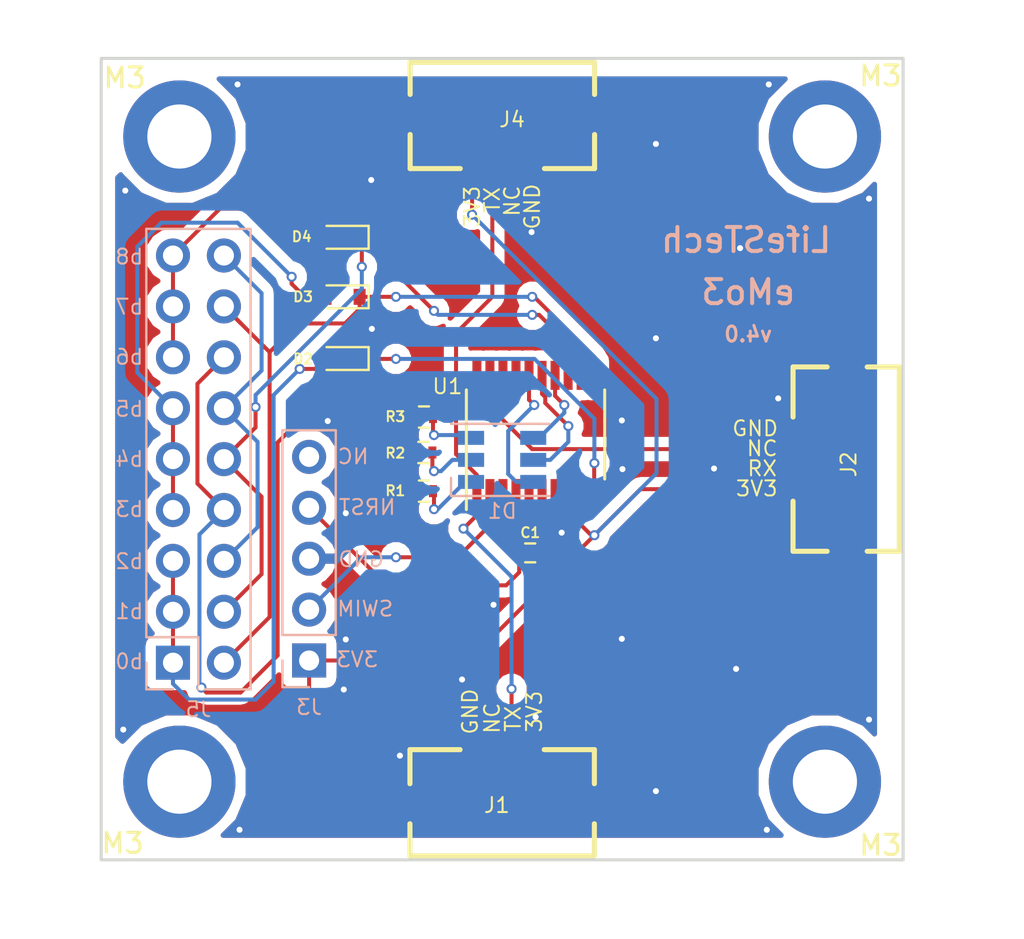
<source format=kicad_pcb>
(kicad_pcb (version 4) (host pcbnew 4.0.7)

  (general
    (links 75)
    (no_connects 1)
    (area 121.942857 69.115231 173.083247 130.143803)
    (thickness 1.6)
    (drawings 40)
    (tracks 202)
    (zones 0)
    (modules 48)
    (nets 31)
  )

  (page A4)
  (title_block
    (title eMo3-SlaveFace)
    (date 2018-05-21)
    (rev v4.0)
    (company LifeSTech)
    (comment 1 "Designed by Alejandro Angulo Llorente")
  )

  (layers
    (0 F.Cu signal)
    (31 B.Cu signal)
    (32 B.Adhes user)
    (33 F.Adhes user)
    (34 B.Paste user)
    (35 F.Paste user)
    (36 B.SilkS user)
    (37 F.SilkS user)
    (38 B.Mask user)
    (39 F.Mask user)
    (40 Dwgs.User user)
    (41 Cmts.User user)
    (42 Eco1.User user)
    (43 Eco2.User user)
    (44 Edge.Cuts user)
    (45 Margin user)
    (46 B.CrtYd user)
    (47 F.CrtYd user)
    (48 B.Fab user hide)
    (49 F.Fab user hide)
  )

  (setup
    (last_trace_width 0.2)
    (user_trace_width 0.2)
    (user_trace_width 0.3)
    (user_trace_width 0.5)
    (trace_clearance 0.2)
    (zone_clearance 0.508)
    (zone_45_only no)
    (trace_min 0.2)
    (segment_width 0.2)
    (edge_width 0.15)
    (via_size 0.5)
    (via_drill 0.3)
    (via_min_size 0.4)
    (via_min_drill 0.3)
    (uvia_size 0.3)
    (uvia_drill 0.1)
    (uvias_allowed no)
    (uvia_min_size 0.2)
    (uvia_min_drill 0.1)
    (pcb_text_width 0.3)
    (pcb_text_size 1.5 1.5)
    (mod_edge_width 0.15)
    (mod_text_size 1 1)
    (mod_text_width 0.15)
    (pad_size 0.6 0.6)
    (pad_drill 0.3)
    (pad_to_mask_clearance 0.2)
    (aux_axis_origin 0 0)
    (visible_elements FFFFFF7F)
    (pcbplotparams
      (layerselection 0x010f0_80000001)
      (usegerberextensions false)
      (excludeedgelayer true)
      (linewidth 0.100000)
      (plotframeref false)
      (viasonmask false)
      (mode 1)
      (useauxorigin false)
      (hpglpennumber 1)
      (hpglpenspeed 20)
      (hpglpendiameter 15)
      (hpglpenoverlay 2)
      (psnegative false)
      (psa4output false)
      (plotreference true)
      (plotvalue true)
      (plotinvisibletext false)
      (padsonsilk false)
      (subtractmaskfromsilk false)
      (outputformat 1)
      (mirror false)
      (drillshape 0)
      (scaleselection 1)
      (outputdirectory Gerber/))
  )

  (net 0 "")
  (net 1 "Net-(D1-Pad1)")
  (net 2 "Net-(D1-Pad2)")
  (net 3 "Net-(D1-Pad3)")
  (net 4 /CPU/R)
  (net 5 /CPU/G)
  (net 6 /CPU/B)
  (net 7 /CPU/P1)
  (net 8 "Net-(D2-Pad2)")
  (net 9 /CPU/P2)
  (net 10 "Net-(D3-Pad2)")
  (net 11 /CPU/P3)
  (net 12 "Net-(D4-Pad2)")
  (net 13 GND)
  (net 14 +3V3)
  (net 15 /SWIM)
  (net 16 /NRST)
  (net 17 "Net-(J3-Pad5)")
  (net 18 /CPU/P4)
  (net 19 "Net-(U1-Pad2)")
  (net 20 "Net-(U1-Pad5)")
  (net 21 "Net-(U1-Pad6)")
  (net 22 "Net-(U1-Pad9)")
  (net 23 "Net-(U1-Pad17)")
  (net 24 "Net-(J1-Pad2)")
  (net 25 /TX)
  (net 26 /RX)
  (net 27 "Net-(J4-Pad2)")
  (net 28 "Net-(U1-Pad18)")
  (net 29 "Net-(U1-Pad19)")
  (net 30 "Net-(J2-Pad3)")

  (net_class Default "Esta es la clase de red por defecto."
    (clearance 0.2)
    (trace_width 0.2)
    (via_dia 0.5)
    (via_drill 0.3)
    (uvia_dia 0.3)
    (uvia_drill 0.1)
    (add_net +3V3)
    (add_net /CPU/B)
    (add_net /CPU/G)
    (add_net /CPU/P1)
    (add_net /CPU/P2)
    (add_net /CPU/P3)
    (add_net /CPU/P4)
    (add_net /CPU/R)
    (add_net /NRST)
    (add_net /RX)
    (add_net /SWIM)
    (add_net /TX)
    (add_net GND)
    (add_net "Net-(D1-Pad1)")
    (add_net "Net-(D1-Pad2)")
    (add_net "Net-(D1-Pad3)")
    (add_net "Net-(D2-Pad2)")
    (add_net "Net-(D3-Pad2)")
    (add_net "Net-(D4-Pad2)")
    (add_net "Net-(J1-Pad2)")
    (add_net "Net-(J2-Pad3)")
    (add_net "Net-(J3-Pad5)")
    (add_net "Net-(J4-Pad2)")
    (add_net "Net-(U1-Pad17)")
    (add_net "Net-(U1-Pad18)")
    (add_net "Net-(U1-Pad19)")
    (add_net "Net-(U1-Pad2)")
    (add_net "Net-(U1-Pad5)")
    (add_net "Net-(U1-Pad6)")
    (add_net "Net-(U1-Pad9)")
  )

  (module Vias:Vía_0.3mm (layer F.Cu) (tedit 5B1655D6) (tstamp 5B28CD7E)
    (at 153.1 97.7 90)
    (fp_text reference REF** (at 0 1.3 90) (layer F.Fab)
      (effects (font (size 1 1) (thickness 0.15)))
    )
    (fp_text value Vía_0.3mm (at 0 -1.3 90) (layer F.Fab)
      (effects (font (size 1 1) (thickness 0.15)))
    )
    (pad 1 thru_hole circle (at 0 0 90) (size 0.6 0.6) (drill 0.3) (layers *.Cu)
      (net 13 GND) (zone_connect 2))
  )

  (module Vias:Vía_0.3mm (layer F.Cu) (tedit 5B1655D6) (tstamp 5B28CD79)
    (at 157.7 100.1 90)
    (fp_text reference REF** (at 0 1.3 90) (layer F.Fab)
      (effects (font (size 1 1) (thickness 0.15)))
    )
    (fp_text value Vía_0.3mm (at 0 -1.3 90) (layer F.Fab)
      (effects (font (size 1 1) (thickness 0.15)))
    )
    (pad 1 thru_hole circle (at 0 0 90) (size 0.6 0.6) (drill 0.3) (layers *.Cu)
      (net 13 GND) (zone_connect 2))
  )

  (module Vias:Vía_0.3mm (layer F.Cu) (tedit 5B165540) (tstamp 5B28C72C)
    (at 154.8 93.6 90)
    (fp_text reference REF** (at 0 1.3 90) (layer F.Fab)
      (effects (font (size 1 1) (thickness 0.15)))
    )
    (fp_text value Vía_0.3mm (at 0 -1.3 90) (layer F.Fab)
      (effects (font (size 1 1) (thickness 0.15)))
    )
    (pad 1 thru_hole circle (at 0 0 90) (size 0.6 0.6) (drill 0.3) (layers *.Cu)
      (net 13 GND) (zone_connect 2))
  )

  (module Vias:Vía_0.3mm (layer F.Cu) (tedit 5B165540) (tstamp 5B28C720)
    (at 140.6 85.7 90)
    (fp_text reference REF** (at 0 1.3 90) (layer F.Fab)
      (effects (font (size 1 1) (thickness 0.15)))
    )
    (fp_text value Vía_0.3mm (at 0 -1.3 90) (layer F.Fab)
      (effects (font (size 1 1) (thickness 0.15)))
    )
    (pad 1 thru_hole circle (at 0 0 90) (size 0.6 0.6) (drill 0.3) (layers *.Cu)
      (net 13 GND) (zone_connect 2))
  )

  (module Vias:Vía_0.3mm (layer F.Cu) (tedit 5B165540) (tstamp 5B28C714)
    (at 148.6 88.3 90)
    (fp_text reference REF** (at 0 1.3 90) (layer F.Fab)
      (effects (font (size 1 1) (thickness 0.15)))
    )
    (fp_text value Vía_0.3mm (at 0 -1.3 90) (layer F.Fab)
      (effects (font (size 1 1) (thickness 0.15)))
    )
    (pad 1 thru_hole circle (at 0 0 90) (size 0.6 0.6) (drill 0.3) (layers *.Cu)
      (net 13 GND) (zone_connect 2))
  )

  (module Vias:Vía_0.3mm (layer F.Cu) (tedit 5B165540) (tstamp 5B28C706)
    (at 154.8 83.9 90)
    (fp_text reference REF** (at 0 1.3 90) (layer F.Fab)
      (effects (font (size 1 1) (thickness 0.15)))
    )
    (fp_text value Vía_0.3mm (at 0 -1.3 90) (layer F.Fab)
      (effects (font (size 1 1) (thickness 0.15)))
    )
    (pad 1 thru_hole circle (at 0 0 90) (size 0.6 0.6) (drill 0.3) (layers *.Cu)
      (net 13 GND) (zone_connect 2))
  )

  (module Vias:Vía_0.3mm (layer F.Cu) (tedit 5B165540) (tstamp 5B28C6FE)
    (at 159 89.1 90)
    (fp_text reference REF** (at 0 1.3 90) (layer F.Fab)
      (effects (font (size 1 1) (thickness 0.15)))
    )
    (fp_text value Vía_0.3mm (at 0 -1.3 90) (layer F.Fab)
      (effects (font (size 1 1) (thickness 0.15)))
    )
    (pad 1 thru_hole circle (at 0 0 90) (size 0.6 0.6) (drill 0.3) (layers *.Cu)
      (net 13 GND) (zone_connect 2))
  )

  (module Vias:Vía_0.3mm (layer F.Cu) (tedit 5B165540) (tstamp 5B28C6FA)
    (at 154.8 116.2 90)
    (fp_text reference REF** (at 0 1.3 90) (layer F.Fab)
      (effects (font (size 1 1) (thickness 0.15)))
    )
    (fp_text value Vía_0.3mm (at 0 -1.3 90) (layer F.Fab)
      (effects (font (size 1 1) (thickness 0.15)))
    )
    (pad 1 thru_hole circle (at 0 0 90) (size 0.6 0.6) (drill 0.3) (layers *.Cu)
      (net 13 GND) (zone_connect 2))
  )

  (module Vias:Vía_0.3mm (layer F.Cu) (tedit 5B165540) (tstamp 5B28C6F6)
    (at 158.8 110.1 90)
    (fp_text reference REF** (at 0 1.3 90) (layer F.Fab)
      (effects (font (size 1 1) (thickness 0.15)))
    )
    (fp_text value Vía_0.3mm (at 0 -1.3 90) (layer F.Fab)
      (effects (font (size 1 1) (thickness 0.15)))
    )
    (pad 1 thru_hole circle (at 0 0 90) (size 0.6 0.6) (drill 0.3) (layers *.Cu)
      (net 13 GND) (zone_connect 2))
  )

  (module Vias:Vía_0.3mm (layer F.Cu) (tedit 5B165540) (tstamp 5B28C6F2)
    (at 153.1 108.6 90)
    (fp_text reference REF** (at 0 1.3 90) (layer F.Fab)
      (effects (font (size 1 1) (thickness 0.15)))
    )
    (fp_text value Vía_0.3mm (at 0 -1.3 90) (layer F.Fab)
      (effects (font (size 1 1) (thickness 0.15)))
    )
    (pad 1 thru_hole circle (at 0 0 90) (size 0.6 0.6) (drill 0.3) (layers *.Cu)
      (net 13 GND) (zone_connect 2))
  )

  (module Vias:Vía_0.3mm (layer F.Cu) (tedit 5B165540) (tstamp 5B28C6EC)
    (at 150.1 103.3 90)
    (fp_text reference REF** (at 0 1.3 90) (layer F.Fab)
      (effects (font (size 1 1) (thickness 0.15)))
    )
    (fp_text value Vía_0.3mm (at 0 -1.3 90) (layer F.Fab)
      (effects (font (size 1 1) (thickness 0.15)))
    )
    (pad 1 thru_hole circle (at 0 0 90) (size 0.6 0.6) (drill 0.3) (layers *.Cu)
      (net 13 GND) (zone_connect 2))
  )

  (module Pin_Headers:Pin_Header_Straight_2x09_Pitch2.54mm (layer B.Cu) (tedit 5B02DBF7) (tstamp 5AFD9DE2)
    (at 130.710745 109.789517)
    (descr "Through hole straight pin header, 2x09, 2.54mm pitch, double rows")
    (tags "Through hole pin header THT 2x09 2.54mm double row")
    (path /5AF44EEA/5AF4507C)
    (fp_text reference J5 (at 1.27 2.33) (layer B.SilkS)
      (effects (font (size 0.75 0.75) (thickness 0.1)) (justify mirror))
    )
    (fp_text value Conn_02x09_Odd_Even (at 1.27 -22.65) (layer B.Fab)
      (effects (font (size 1 1) (thickness 0.15)) (justify mirror))
    )
    (fp_line (start 0 1.27) (end 3.81 1.27) (layer B.Fab) (width 0.1))
    (fp_line (start 3.81 1.27) (end 3.81 -21.59) (layer B.Fab) (width 0.1))
    (fp_line (start 3.81 -21.59) (end -1.27 -21.59) (layer B.Fab) (width 0.1))
    (fp_line (start -1.27 -21.59) (end -1.27 0) (layer B.Fab) (width 0.1))
    (fp_line (start -1.27 0) (end 0 1.27) (layer B.Fab) (width 0.1))
    (fp_line (start -1.33 -21.65) (end 3.87 -21.65) (layer B.SilkS) (width 0.12))
    (fp_line (start -1.33 -1.27) (end -1.33 -21.65) (layer B.SilkS) (width 0.12))
    (fp_line (start 3.87 1.33) (end 3.87 -21.65) (layer B.SilkS) (width 0.12))
    (fp_line (start -1.33 -1.27) (end 1.27 -1.27) (layer B.SilkS) (width 0.12))
    (fp_line (start 1.27 -1.27) (end 1.27 1.33) (layer B.SilkS) (width 0.12))
    (fp_line (start 1.27 1.33) (end 3.87 1.33) (layer B.SilkS) (width 0.12))
    (fp_line (start -1.33 0) (end -1.33 1.33) (layer B.SilkS) (width 0.12))
    (fp_line (start -1.33 1.33) (end 0 1.33) (layer B.SilkS) (width 0.12))
    (fp_line (start -1.8 1.8) (end -1.8 -22.1) (layer B.CrtYd) (width 0.05))
    (fp_line (start -1.8 -22.1) (end 4.35 -22.1) (layer B.CrtYd) (width 0.05))
    (fp_line (start 4.35 -22.1) (end 4.35 1.8) (layer B.CrtYd) (width 0.05))
    (fp_line (start 4.35 1.8) (end -1.8 1.8) (layer B.CrtYd) (width 0.05))
    (fp_text user %R (at 1.27 -10.16 270) (layer B.Fab)
      (effects (font (size 1 1) (thickness 0.15)) (justify mirror))
    )
    (pad 1 thru_hole rect (at 0 0) (size 1.7 1.7) (drill 1) (layers *.Cu *.Mask)
      (net 8 "Net-(D2-Pad2)"))
    (pad 2 thru_hole oval (at 2.54 0) (size 1.7 1.7) (drill 1) (layers *.Cu *.Mask)
      (net 9 /CPU/P2))
    (pad 3 thru_hole oval (at 0 -2.54) (size 1.7 1.7) (drill 1) (layers *.Cu *.Mask)
      (net 8 "Net-(D2-Pad2)"))
    (pad 4 thru_hole oval (at 2.54 -2.54) (size 1.7 1.7) (drill 1) (layers *.Cu *.Mask)
      (net 11 /CPU/P3))
    (pad 5 thru_hole oval (at 0 -5.08) (size 1.7 1.7) (drill 1) (layers *.Cu *.Mask)
      (net 8 "Net-(D2-Pad2)"))
    (pad 6 thru_hole oval (at 2.54 -5.08) (size 1.7 1.7) (drill 1) (layers *.Cu *.Mask)
      (net 18 /CPU/P4))
    (pad 7 thru_hole oval (at 0 -7.62) (size 1.7 1.7) (drill 1) (layers *.Cu *.Mask)
      (net 10 "Net-(D3-Pad2)"))
    (pad 8 thru_hole oval (at 2.54 -7.62) (size 1.7 1.7) (drill 1) (layers *.Cu *.Mask)
      (net 7 /CPU/P1))
    (pad 9 thru_hole oval (at 0 -10.16) (size 1.7 1.7) (drill 1) (layers *.Cu *.Mask)
      (net 10 "Net-(D3-Pad2)"))
    (pad 10 thru_hole oval (at 2.54 -10.16) (size 1.7 1.7) (drill 1) (layers *.Cu *.Mask)
      (net 11 /CPU/P3))
    (pad 11 thru_hole oval (at 0 -12.7) (size 1.7 1.7) (drill 1) (layers *.Cu *.Mask)
      (net 10 "Net-(D3-Pad2)"))
    (pad 12 thru_hole oval (at 2.54 -12.7) (size 1.7 1.7) (drill 1) (layers *.Cu *.Mask)
      (net 18 /CPU/P4))
    (pad 13 thru_hole oval (at 0 -15.24) (size 1.7 1.7) (drill 1) (layers *.Cu *.Mask)
      (net 12 "Net-(D4-Pad2)"))
    (pad 14 thru_hole oval (at 2.54 -15.24) (size 1.7 1.7) (drill 1) (layers *.Cu *.Mask)
      (net 7 /CPU/P1))
    (pad 15 thru_hole oval (at 0 -17.78) (size 1.7 1.7) (drill 1) (layers *.Cu *.Mask)
      (net 12 "Net-(D4-Pad2)"))
    (pad 16 thru_hole oval (at 2.54 -17.78) (size 1.7 1.7) (drill 1) (layers *.Cu *.Mask)
      (net 9 /CPU/P2))
    (pad 17 thru_hole oval (at 0 -20.32) (size 1.7 1.7) (drill 1) (layers *.Cu *.Mask)
      (net 12 "Net-(D4-Pad2)"))
    (pad 18 thru_hole oval (at 2.54 -20.32) (size 1.7 1.7) (drill 1) (layers *.Cu *.Mask)
      (net 18 /CPU/P4))
    (model ${KISYS3DMOD}/Pin_Headers.3dshapes/Pin_Header_Straight_2x09_Pitch2.54mm.wrl
      (at (xyz 0 0 0))
      (scale (xyz 1 1 1))
      (rotate (xyz 0 0 0))
    )
  )

  (module Vias:Vía_0.3mm (layer F.Cu) (tedit 5B165551) (tstamp 5B02E842)
    (at 148.8 112.5 90)
    (fp_text reference REF** (at 0 1.3 90) (layer F.Fab)
      (effects (font (size 1 1) (thickness 0.15)))
    )
    (fp_text value Vía_0.3mm (at 0 -1.3 90) (layer F.Fab)
      (effects (font (size 1 1) (thickness 0.15)))
    )
    (pad 1 thru_hole circle (at 0 0 90) (size 0.6 0.6) (drill 0.3) (layers *.Cu)
      (net 13 GND) (zone_connect 2))
  )

  (module Vias:Vía_0.3mm (layer F.Cu) (tedit 5B165530) (tstamp 5B02E83D)
    (at 139.230745 111.129517 90)
    (fp_text reference REF** (at 0 1.3 90) (layer F.Fab)
      (effects (font (size 1 1) (thickness 0.15)))
    )
    (fp_text value Vía_0.3mm (at 0 -1.3 90) (layer F.Fab)
      (effects (font (size 1 1) (thickness 0.15)))
    )
    (pad 1 thru_hole circle (at 0 0 90) (size 0.6 0.6) (drill 0.3) (layers *.Cu)
      (net 13 GND) (zone_connect 2))
  )

  (module Vias:Vía_0.3mm (layer F.Cu) (tedit 5B165540) (tstamp 5B02E838)
    (at 146.7 106.9 90)
    (fp_text reference REF** (at 0 1.3 90) (layer F.Fab)
      (effects (font (size 1 1) (thickness 0.15)))
    )
    (fp_text value Vía_0.3mm (at 0 -1.3 90) (layer F.Fab)
      (effects (font (size 1 1) (thickness 0.15)))
    )
    (pad 1 thru_hole circle (at 0 0 90) (size 0.6 0.6) (drill 0.3) (layers *.Cu)
      (net 13 GND) (zone_connect 2))
  )

  (module Vias:Vía_0.3mm (layer F.Cu) (tedit 5B16553B) (tstamp 5B02E831)
    (at 139.330745 108.629517 90)
    (fp_text reference REF** (at 0 1.3 90) (layer F.Fab)
      (effects (font (size 1 1) (thickness 0.15)))
    )
    (fp_text value Vía_0.3mm (at 0 -1.3 90) (layer F.Fab)
      (effects (font (size 1 1) (thickness 0.15)))
    )
    (pad 1 thru_hole circle (at 0 0 90) (size 0.6 0.6) (drill 0.3) (layers *.Cu)
      (net 13 GND) (zone_connect 2))
  )

  (module Vias:Vía_0.3mm (layer F.Cu) (tedit 5B165564) (tstamp 5B02E822)
    (at 138.430745 97.729517 90)
    (fp_text reference REF** (at 0 1.3 90) (layer F.Fab)
      (effects (font (size 1 1) (thickness 0.15)))
    )
    (fp_text value Vía_0.3mm (at 0 -1.3 90) (layer F.Fab)
      (effects (font (size 1 1) (thickness 0.15)))
    )
    (pad 1 thru_hole circle (at 0 0 90) (size 0.6 0.6) (drill 0.3) (layers *.Cu)
      (net 13 GND) (zone_connect 2))
  )

  (module Vias:Vía_0.3mm (layer F.Cu) (tedit 5B165557) (tstamp 5B02E81C)
    (at 139.330745 102.329517 90)
    (fp_text reference REF** (at 0 1.3 90) (layer F.Fab)
      (effects (font (size 1 1) (thickness 0.15)))
    )
    (fp_text value Vía_0.3mm (at 0 -1.3 90) (layer F.Fab)
      (effects (font (size 1 1) (thickness 0.15)))
    )
    (pad 1 thru_hole circle (at 0 0 90) (size 0.6 0.6) (drill 0.3) (layers *.Cu)
      (net 13 GND) (zone_connect 2))
  )

  (module Vias:Vía_0.3mm (layer F.Cu) (tedit 5B16557E) (tstamp 5B02E80A)
    (at 140.630745 93.129517 90)
    (fp_text reference REF** (at 0 1.3 90) (layer F.Fab)
      (effects (font (size 1 1) (thickness 0.15)))
    )
    (fp_text value Vía_0.3mm (at 0 -1.3 90) (layer F.Fab)
      (effects (font (size 1 1) (thickness 0.15)))
    )
    (pad 1 thru_hole circle (at 0 0 90) (size 0.6 0.6) (drill 0.3) (layers *.Cu)
      (net 13 GND) (zone_connect 2))
  )

  (module Vias:Vía_0.3mm (layer F.Cu) (tedit 5B165502) (tstamp 5B02E806)
    (at 160.330745 118.129517 90)
    (fp_text reference REF** (at 0 1.3 90) (layer F.Fab)
      (effects (font (size 1 1) (thickness 0.15)))
    )
    (fp_text value Vía_0.3mm (at 0 -1.3 90) (layer F.Fab)
      (effects (font (size 1 1) (thickness 0.15)))
    )
    (pad 1 thru_hole circle (at 0 0 90) (size 0.6 0.6) (drill 0.3) (layers *.Cu)
      (net 13 GND) (zone_connect 2))
  )

  (module Vias:Vía_0.3mm (layer F.Cu) (tedit 5B165508) (tstamp 5B02E802)
    (at 165.430745 112.629517 90)
    (fp_text reference REF** (at 0 1.3 90) (layer F.Fab)
      (effects (font (size 1 1) (thickness 0.15)))
    )
    (fp_text value Vía_0.3mm (at 0 -1.3 90) (layer F.Fab)
      (effects (font (size 1 1) (thickness 0.15)))
    )
    (pad 1 thru_hole circle (at 0 0 90) (size 0.6 0.6) (drill 0.3) (layers *.Cu)
      (net 13 GND) (zone_connect 2))
  )

  (module Vias:Vía_0.3mm (layer F.Cu) (tedit 5B1655A2) (tstamp 5B02E7FE)
    (at 165.430745 86.629517 90)
    (fp_text reference REF** (at 0 1.3 90) (layer F.Fab)
      (effects (font (size 1 1) (thickness 0.15)))
    )
    (fp_text value Vía_0.3mm (at 0 -1.3 90) (layer F.Fab)
      (effects (font (size 1 1) (thickness 0.15)))
    )
    (pad 1 thru_hole circle (at 0 0 90) (size 0.6 0.6) (drill 0.3) (layers *.Cu)
      (net 13 GND) (zone_connect 2))
  )

  (module Vias:Vía_0.3mm (layer F.Cu) (tedit 5B16559B) (tstamp 5B02E7FA)
    (at 160.430745 80.929517 90)
    (fp_text reference REF** (at 0 1.3 90) (layer F.Fab)
      (effects (font (size 1 1) (thickness 0.15)))
    )
    (fp_text value Vía_0.3mm (at 0 -1.3 90) (layer F.Fab)
      (effects (font (size 1 1) (thickness 0.15)))
    )
    (pad 1 thru_hole circle (at 0 0 90) (size 0.6 0.6) (drill 0.3) (layers *.Cu)
      (net 13 GND) (zone_connect 2))
  )

  (module Vias:Vía_0.3mm (layer F.Cu) (tedit 5B1655D6) (tstamp 5B02E7F6)
    (at 160.9 96.6 90)
    (fp_text reference REF** (at 0 1.3 90) (layer F.Fab)
      (effects (font (size 1 1) (thickness 0.15)))
    )
    (fp_text value Vía_0.3mm (at 0 -1.3 90) (layer F.Fab)
      (effects (font (size 1 1) (thickness 0.15)))
    )
    (pad 1 thru_hole circle (at 0 0 90) (size 0.6 0.6) (drill 0.3) (layers *.Cu)
      (net 13 GND) (zone_connect 2))
  )

  (module Vias:Vía_0.3mm (layer F.Cu) (tedit 5B165590) (tstamp 5B02E7F2)
    (at 133.930745 80.929517 90)
    (fp_text reference REF** (at 0 1.3 90) (layer F.Fab)
      (effects (font (size 1 1) (thickness 0.15)))
    )
    (fp_text value Vía_0.3mm (at 0 -1.3 90) (layer F.Fab)
      (effects (font (size 1 1) (thickness 0.15)))
    )
    (pad 1 thru_hole circle (at 0 0 90) (size 0.6 0.6) (drill 0.3) (layers *.Cu)
      (net 13 GND) (zone_connect 2))
  )

  (module Vias:Vía_0.3mm (layer F.Cu) (tedit 5B16558A) (tstamp 5B02E7EE)
    (at 128.330745 86.229517 90)
    (fp_text reference REF** (at 0 1.3 90) (layer F.Fab)
      (effects (font (size 1 1) (thickness 0.15)))
    )
    (fp_text value Vía_0.3mm (at 0 -1.3 90) (layer F.Fab)
      (effects (font (size 1 1) (thickness 0.15)))
    )
    (pad 1 thru_hole circle (at 0 0 90) (size 0.6 0.6) (drill 0.3) (layers *.Cu)
      (net 13 GND) (zone_connect 2))
  )

  (module Vias:Vía_0.3mm (layer F.Cu) (tedit 5B1654EC) (tstamp 5B02E7EA)
    (at 128.230745 113.129517 90)
    (fp_text reference REF** (at 0 1.3 90) (layer F.Fab)
      (effects (font (size 1 1) (thickness 0.15)))
    )
    (fp_text value Vía_0.3mm (at 0 -1.3 90) (layer F.Fab)
      (effects (font (size 1 1) (thickness 0.15)))
    )
    (pad 1 thru_hole circle (at 0 0 90) (size 0.6 0.6) (drill 0.3) (layers *.Cu)
      (net 13 GND) (zone_connect 2))
  )

  (module Vias:Vía_0.3mm (layer F.Cu) (tedit 5B1654F4) (tstamp 5B02E7E3)
    (at 134.030745 118.129517 90)
    (fp_text reference REF** (at 0 1.3 90) (layer F.Fab)
      (effects (font (size 1 1) (thickness 0.15)))
    )
    (fp_text value Vía_0.3mm (at 0 -1.3 90) (layer F.Fab)
      (effects (font (size 1 1) (thickness 0.15)))
    )
    (pad 1 thru_hole circle (at 0 0 90) (size 0.6 0.6) (drill 0.3) (layers *.Cu)
      (net 13 GND) (zone_connect 2))
  )

  (module Vias:Vía_0.3mm (layer F.Cu) (tedit 5B165535) (tstamp 5B02E7DC)
    (at 145.130745 110.629517 90)
    (fp_text reference REF** (at 0 1.3 90) (layer F.Fab)
      (effects (font (size 1 1) (thickness 0.15)))
    )
    (fp_text value Vía_0.3mm (at 0 -1.3 90) (layer F.Fab)
      (effects (font (size 1 1) (thickness 0.15)))
    )
    (pad 1 thru_hole circle (at 0 0 90) (size 0.6 0.6) (drill 0.3) (layers *.Cu)
      (net 13 GND) (zone_connect 2))
  )

  (module Vias:Vía_0.3mm (layer F.Cu) (tedit 5B165570) (tstamp 5B02E7D3)
    (at 153.130745 100.129517 90)
    (fp_text reference REF** (at 0 1.3 90) (layer F.Fab)
      (effects (font (size 1 1) (thickness 0.15)))
    )
    (fp_text value Vía_0.3mm (at 0 -1.3 90) (layer F.Fab)
      (effects (font (size 1 1) (thickness 0.15)))
    )
    (pad 1 thru_hole circle (at 0 0 90) (size 0.6 0.6) (drill 0.3) (layers *.Cu)
      (net 13 GND) (zone_connect 2))
  )

  (module Mounting_Holes:MountingHole_3.2mm_M3_DIN965_Pad (layer F.Cu) (tedit 5B02DA98) (tstamp 5B02DAD2)
    (at 131.030745 83.529517 90)
    (descr "Mounting Hole 3.2mm, M3, DIN965")
    (tags "mounting hole 3.2mm m3 din965")
    (attr virtual)
    (fp_text reference M3 (at 2.929517 -2.730745 180) (layer F.SilkS)
      (effects (font (size 1 1) (thickness 0.15)))
    )
    (fp_text value MountingHole_3.2mm_M3_DIN965_Pad (at 0 3.8 90) (layer F.Fab)
      (effects (font (size 1 1) (thickness 0.15)))
    )
    (fp_text user %R (at 0.3 0 90) (layer F.Fab)
      (effects (font (size 1 1) (thickness 0.15)))
    )
    (fp_circle (center 0 0) (end 2.8 0) (layer Cmts.User) (width 0.15))
    (fp_circle (center 0 0) (end 3.05 0) (layer F.CrtYd) (width 0.05))
    (pad 1 thru_hole circle (at 0 0 90) (size 5.6 5.6) (drill 3.2) (layers *.Cu *.Mask))
  )

  (module Mounting_Holes:MountingHole_3.2mm_M3_DIN965_Pad (layer F.Cu) (tedit 5B02DA98) (tstamp 5B02DAC1)
    (at 163.230745 83.529517 90)
    (descr "Mounting Hole 3.2mm, M3, DIN965")
    (tags "mounting hole 3.2mm m3 din965")
    (attr virtual)
    (fp_text reference M3 (at 3.029517 2.769255 180) (layer F.SilkS)
      (effects (font (size 1 1) (thickness 0.15)))
    )
    (fp_text value MountingHole_3.2mm_M3_DIN965_Pad (at 0 3.8 90) (layer F.Fab)
      (effects (font (size 1 1) (thickness 0.15)))
    )
    (fp_text user %R (at 0.3 0 90) (layer F.Fab)
      (effects (font (size 1 1) (thickness 0.15)))
    )
    (fp_circle (center 0 0) (end 2.8 0) (layer Cmts.User) (width 0.15))
    (fp_circle (center 0 0) (end 3.05 0) (layer F.CrtYd) (width 0.05))
    (pad 1 thru_hole circle (at 0 0 90) (size 5.6 5.6) (drill 3.2) (layers *.Cu *.Mask))
  )

  (module Mounting_Holes:MountingHole_3.2mm_M3_DIN965_Pad (layer F.Cu) (tedit 5B02DA98) (tstamp 5B02DAB0)
    (at 163.230745 115.729517 90)
    (descr "Mounting Hole 3.2mm, M3, DIN965")
    (tags "mounting hole 3.2mm m3 din965")
    (attr virtual)
    (fp_text reference M3 (at -3.170483 2.769255 180) (layer F.SilkS)
      (effects (font (size 1 1) (thickness 0.15)))
    )
    (fp_text value MountingHole_3.2mm_M3_DIN965_Pad (at 0 3.8 90) (layer F.Fab)
      (effects (font (size 1 1) (thickness 0.15)))
    )
    (fp_text user %R (at 0.3 0 90) (layer F.Fab)
      (effects (font (size 1 1) (thickness 0.15)))
    )
    (fp_circle (center 0 0) (end 2.8 0) (layer Cmts.User) (width 0.15))
    (fp_circle (center 0 0) (end 3.05 0) (layer F.CrtYd) (width 0.05))
    (pad 1 thru_hole circle (at 0 0 90) (size 5.6 5.6) (drill 3.2) (layers *.Cu *.Mask))
  )

  (module LEDs:LED_RGB_PLCC-6 (layer B.Cu) (tedit 5B28C4D3) (tstamp 5AFD9D93)
    (at 147.130745 99.669517)
    (descr "RGB LED PLCC-6")
    (tags "RGB LED PLCC-6")
    (path /5AF4AA38)
    (attr smd)
    (fp_text reference D1 (at 0 2.55) (layer B.SilkS)
      (effects (font (size 0.75 0.75) (thickness 0.1)) (justify mirror))
    )
    (fp_text value LED_RGB (at 0 -2.8) (layer B.Fab)
      (effects (font (size 1 1) (thickness 0.15)) (justify mirror))
    )
    (fp_line (start -1.7 1.1) (end -1.1 1.7) (layer B.Fab) (width 0.1))
    (fp_line (start -1.7 1.7) (end -1.7 -1.7) (layer B.Fab) (width 0.1))
    (fp_line (start -1.7 -1.7) (end 1.7 -1.7) (layer B.Fab) (width 0.1))
    (fp_line (start 1.7 -1.7) (end 1.7 1.7) (layer B.Fab) (width 0.1))
    (fp_line (start 1.7 1.7) (end -1.7 1.7) (layer B.Fab) (width 0.1))
    (fp_line (start -2.55 1.8) (end -2.55 0.9) (layer B.SilkS) (width 0.12))
    (fp_line (start 2.65 2) (end 2.65 -2) (layer B.CrtYd) (width 0.05))
    (fp_line (start -2.75 2) (end -2.75 -2) (layer B.CrtYd) (width 0.05))
    (fp_line (start -2.75 -2) (end 2.65 -2) (layer B.CrtYd) (width 0.05))
    (fp_line (start -2.75 2) (end 2.65 2) (layer B.CrtYd) (width 0.05))
    (fp_line (start -2.55 -1.8) (end 2.35 -1.8) (layer B.SilkS) (width 0.12))
    (fp_line (start 2.35 1.8) (end -2.55 1.8) (layer B.SilkS) (width 0.12))
    (pad 1 smd rect (at -1.55 1.1 270) (size 0.7 1.3) (layers B.Cu B.Paste B.Mask)
      (net 1 "Net-(D1-Pad1)"))
    (pad 2 smd rect (at -1.55 0 270) (size 0.7 1.3) (layers B.Cu B.Paste B.Mask)
      (net 2 "Net-(D1-Pad2)"))
    (pad 3 smd rect (at -1.55 -1.1 270) (size 0.7 1.3) (layers B.Cu B.Paste B.Mask)
      (net 3 "Net-(D1-Pad3)"))
    (pad 4 smd rect (at 1.55 -1.1 270) (size 0.7 1.3) (layers B.Cu B.Paste B.Mask)
      (net 4 /CPU/R))
    (pad 5 smd rect (at 1.55 0 270) (size 0.7 1.3) (layers B.Cu B.Paste B.Mask)
      (net 5 /CPU/G))
    (pad 6 smd rect (at 1.55 1.1 270) (size 0.7 1.3) (layers B.Cu B.Paste B.Mask)
      (net 6 /CPU/B))
    (model ${KISYS3DMOD}/LEDs.3dshapes/LED_RGB_PLCC-6.wrl
      (at (xyz 0 0 0))
      (scale (xyz 1 1 1))
      (rotate (xyz 0 0 0))
    )
  )

  (module Diodes_SMD:D_0603 (layer F.Cu) (tedit 5B28C514) (tstamp 5AFD9D99)
    (at 139.170745 94.609517 180)
    (descr "Diode SMD in 0603 package http://datasheets.avx.com/schottky.pdf")
    (tags "smd diode")
    (path /5AF44EEA/5AF4507D)
    (attr smd)
    (fp_text reference D2 (at 1.970745 -0.02 360) (layer F.SilkS)
      (effects (font (size 0.5 0.5) (thickness 0.1)))
    )
    (fp_text value D (at 0 1.4 180) (layer F.Fab)
      (effects (font (size 1 1) (thickness 0.15)))
    )
    (fp_text user %R (at 0 -1.4 180) (layer F.Fab)
      (effects (font (size 1 1) (thickness 0.15)))
    )
    (fp_line (start -1.3 -0.57) (end -1.3 0.57) (layer F.SilkS) (width 0.12))
    (fp_line (start 1.4 0.67) (end 1.4 -0.67) (layer F.CrtYd) (width 0.05))
    (fp_line (start -1.4 0.67) (end 1.4 0.67) (layer F.CrtYd) (width 0.05))
    (fp_line (start -1.4 -0.67) (end -1.4 0.67) (layer F.CrtYd) (width 0.05))
    (fp_line (start 1.4 -0.67) (end -1.4 -0.67) (layer F.CrtYd) (width 0.05))
    (fp_line (start 0.2 0) (end 0.4 0) (layer F.Fab) (width 0.1))
    (fp_line (start -0.1 0) (end -0.3 0) (layer F.Fab) (width 0.1))
    (fp_line (start -0.1 -0.2) (end -0.1 0.2) (layer F.Fab) (width 0.1))
    (fp_line (start 0.2 0.2) (end 0.2 -0.2) (layer F.Fab) (width 0.1))
    (fp_line (start -0.1 0) (end 0.2 0.2) (layer F.Fab) (width 0.1))
    (fp_line (start 0.2 -0.2) (end -0.1 0) (layer F.Fab) (width 0.1))
    (fp_line (start -0.8 0.45) (end -0.8 -0.45) (layer F.Fab) (width 0.1))
    (fp_line (start 0.8 0.45) (end -0.8 0.45) (layer F.Fab) (width 0.1))
    (fp_line (start 0.8 -0.45) (end 0.8 0.45) (layer F.Fab) (width 0.1))
    (fp_line (start -0.8 -0.45) (end 0.8 -0.45) (layer F.Fab) (width 0.1))
    (fp_line (start -1.3 0.57) (end 0.8 0.57) (layer F.SilkS) (width 0.12))
    (fp_line (start -1.3 -0.57) (end 0.8 -0.57) (layer F.SilkS) (width 0.12))
    (pad 1 smd rect (at -0.85 0 180) (size 0.6 0.8) (layers F.Cu F.Paste F.Mask)
      (net 7 /CPU/P1))
    (pad 2 smd rect (at 0.85 0 180) (size 0.6 0.8) (layers F.Cu F.Paste F.Mask)
      (net 8 "Net-(D2-Pad2)"))
    (model ${KISYS3DMOD}/Diodes_SMD.3dshapes/D_0603.wrl
      (at (xyz 0 0 0))
      (scale (xyz 1 1 1))
      (rotate (xyz 0 0 0))
    )
  )

  (module Diodes_SMD:D_0603 (layer F.Cu) (tedit 5B28C506) (tstamp 5AFD9D9F)
    (at 139.170745 91.529517 180)
    (descr "Diode SMD in 0603 package http://datasheets.avx.com/schottky.pdf")
    (tags "smd diode")
    (path /5AF44EEA/5AF4507E)
    (attr smd)
    (fp_text reference D3 (at 1.970745 0 360) (layer F.SilkS)
      (effects (font (size 0.5 0.5) (thickness 0.1)))
    )
    (fp_text value D (at 0 1.4 180) (layer F.Fab)
      (effects (font (size 1 1) (thickness 0.15)))
    )
    (fp_text user %R (at 0 -1.4 180) (layer F.Fab)
      (effects (font (size 1 1) (thickness 0.15)))
    )
    (fp_line (start -1.3 -0.57) (end -1.3 0.57) (layer F.SilkS) (width 0.12))
    (fp_line (start 1.4 0.67) (end 1.4 -0.67) (layer F.CrtYd) (width 0.05))
    (fp_line (start -1.4 0.67) (end 1.4 0.67) (layer F.CrtYd) (width 0.05))
    (fp_line (start -1.4 -0.67) (end -1.4 0.67) (layer F.CrtYd) (width 0.05))
    (fp_line (start 1.4 -0.67) (end -1.4 -0.67) (layer F.CrtYd) (width 0.05))
    (fp_line (start 0.2 0) (end 0.4 0) (layer F.Fab) (width 0.1))
    (fp_line (start -0.1 0) (end -0.3 0) (layer F.Fab) (width 0.1))
    (fp_line (start -0.1 -0.2) (end -0.1 0.2) (layer F.Fab) (width 0.1))
    (fp_line (start 0.2 0.2) (end 0.2 -0.2) (layer F.Fab) (width 0.1))
    (fp_line (start -0.1 0) (end 0.2 0.2) (layer F.Fab) (width 0.1))
    (fp_line (start 0.2 -0.2) (end -0.1 0) (layer F.Fab) (width 0.1))
    (fp_line (start -0.8 0.45) (end -0.8 -0.45) (layer F.Fab) (width 0.1))
    (fp_line (start 0.8 0.45) (end -0.8 0.45) (layer F.Fab) (width 0.1))
    (fp_line (start 0.8 -0.45) (end 0.8 0.45) (layer F.Fab) (width 0.1))
    (fp_line (start -0.8 -0.45) (end 0.8 -0.45) (layer F.Fab) (width 0.1))
    (fp_line (start -1.3 0.57) (end 0.8 0.57) (layer F.SilkS) (width 0.12))
    (fp_line (start -1.3 -0.57) (end 0.8 -0.57) (layer F.SilkS) (width 0.12))
    (pad 1 smd rect (at -0.85 0 180) (size 0.6 0.8) (layers F.Cu F.Paste F.Mask)
      (net 9 /CPU/P2))
    (pad 2 smd rect (at 0.85 0 180) (size 0.6 0.8) (layers F.Cu F.Paste F.Mask)
      (net 10 "Net-(D3-Pad2)"))
    (model ${KISYS3DMOD}/Diodes_SMD.3dshapes/D_0603.wrl
      (at (xyz 0 0 0))
      (scale (xyz 1 1 1))
      (rotate (xyz 0 0 0))
    )
  )

  (module Diodes_SMD:D_0603 (layer F.Cu) (tedit 5B28C4FA) (tstamp 5AFD9DA5)
    (at 139.170745 88.559517 180)
    (descr "Diode SMD in 0603 package http://datasheets.avx.com/schottky.pdf")
    (tags "smd diode")
    (path /5AF44EEA/5AF4507F)
    (attr smd)
    (fp_text reference D4 (at 2.04 0.03 360) (layer F.SilkS)
      (effects (font (size 0.5 0.5) (thickness 0.1)))
    )
    (fp_text value D (at 0 1.4 180) (layer F.Fab)
      (effects (font (size 1 1) (thickness 0.15)))
    )
    (fp_text user %R (at 0 -1.4 180) (layer F.Fab)
      (effects (font (size 1 1) (thickness 0.15)))
    )
    (fp_line (start -1.3 -0.57) (end -1.3 0.57) (layer F.SilkS) (width 0.12))
    (fp_line (start 1.4 0.67) (end 1.4 -0.67) (layer F.CrtYd) (width 0.05))
    (fp_line (start -1.4 0.67) (end 1.4 0.67) (layer F.CrtYd) (width 0.05))
    (fp_line (start -1.4 -0.67) (end -1.4 0.67) (layer F.CrtYd) (width 0.05))
    (fp_line (start 1.4 -0.67) (end -1.4 -0.67) (layer F.CrtYd) (width 0.05))
    (fp_line (start 0.2 0) (end 0.4 0) (layer F.Fab) (width 0.1))
    (fp_line (start -0.1 0) (end -0.3 0) (layer F.Fab) (width 0.1))
    (fp_line (start -0.1 -0.2) (end -0.1 0.2) (layer F.Fab) (width 0.1))
    (fp_line (start 0.2 0.2) (end 0.2 -0.2) (layer F.Fab) (width 0.1))
    (fp_line (start -0.1 0) (end 0.2 0.2) (layer F.Fab) (width 0.1))
    (fp_line (start 0.2 -0.2) (end -0.1 0) (layer F.Fab) (width 0.1))
    (fp_line (start -0.8 0.45) (end -0.8 -0.45) (layer F.Fab) (width 0.1))
    (fp_line (start 0.8 0.45) (end -0.8 0.45) (layer F.Fab) (width 0.1))
    (fp_line (start 0.8 -0.45) (end 0.8 0.45) (layer F.Fab) (width 0.1))
    (fp_line (start -0.8 -0.45) (end 0.8 -0.45) (layer F.Fab) (width 0.1))
    (fp_line (start -1.3 0.57) (end 0.8 0.57) (layer F.SilkS) (width 0.12))
    (fp_line (start -1.3 -0.57) (end 0.8 -0.57) (layer F.SilkS) (width 0.12))
    (pad 1 smd rect (at -0.85 0 180) (size 0.6 0.8) (layers F.Cu F.Paste F.Mask)
      (net 11 /CPU/P3))
    (pad 2 smd rect (at 0.85 0 180) (size 0.6 0.8) (layers F.Cu F.Paste F.Mask)
      (net 12 "Net-(D4-Pad2)"))
    (model ${KISYS3DMOD}/Diodes_SMD.3dshapes/D_0603.wrl
      (at (xyz 0 0 0))
      (scale (xyz 1 1 1))
      (rotate (xyz 0 0 0))
    )
  )

  (module Connectors_FPC:200528-0040 (layer F.Cu) (tedit 5B02DC0B) (tstamp 5AFD9DAF)
    (at 147.130745 114.129517)
    (descr 200528-0040)
    (tags Connector)
    (path /5AEBBA7E)
    (attr smd)
    (fp_text reference J1 (at -0.26346 2.77249) (layer F.SilkS)
      (effects (font (size 0.75 0.75) (thickness 0.1)))
    )
    (fp_text value Conn_01x04 (at -0.26346 2.77249) (layer F.SilkS) hide
      (effects (font (size 1.27 1.27) (thickness 0.254)))
    )
    (fp_line (start -4.6 5.3) (end 4.6 5.3) (layer F.SilkS) (width 0.254))
    (fp_line (start -4.6 5.3) (end -4.6 3.7) (layer F.SilkS) (width 0.254))
    (fp_line (start -4.6 0) (end -4.6 1.7) (layer F.SilkS) (width 0.254))
    (fp_line (start 4.6 5.3) (end 4.6 3.7) (layer F.SilkS) (width 0.254))
    (fp_line (start 4.6 0) (end 4.6 1.7) (layer F.SilkS) (width 0.254))
    (fp_line (start -4.6 0) (end -2.1 0) (layer F.SilkS) (width 0.254))
    (fp_line (start 4.6 0) (end 2.1 0) (layer F.SilkS) (width 0.254))
    (pad 1 smd rect (at -1.5 0) (size 0.4 1) (layers F.Cu F.Paste F.Mask)
      (net 13 GND))
    (pad 2 smd rect (at -0.5 0) (size 0.4 1) (layers F.Cu F.Paste F.Mask)
      (net 24 "Net-(J1-Pad2)"))
    (pad 3 smd rect (at 0.5 0) (size 0.4 1) (layers F.Cu F.Paste F.Mask)
      (net 25 /TX))
    (pad 4 smd rect (at 1.5 0) (size 0.4 1) (layers F.Cu F.Paste F.Mask)
      (net 14 +3V3))
    (pad 5 smd rect (at -4.3 2.7 90) (size 1.3 2) (layers F.Cu F.Paste F.Mask))
    (pad 6 smd rect (at 4.3 2.7 90) (size 1.3 2) (layers F.Cu F.Paste F.Mask))
  )

  (module Connectors_FPC:200528-0040 (layer F.Cu) (tedit 5B02DC14) (tstamp 5AFD9DB9)
    (at 161.640745 99.629517 90)
    (descr 200528-0040)
    (tags Connector)
    (path /5AEBB25A)
    (attr smd)
    (fp_text reference J2 (at -0.26346 2.77249 90) (layer F.SilkS)
      (effects (font (size 0.75 0.75) (thickness 0.1)))
    )
    (fp_text value Conn_01x04 (at -0.26346 2.77249 90) (layer F.SilkS) hide
      (effects (font (size 1.27 1.27) (thickness 0.254)))
    )
    (fp_line (start -4.6 5.3) (end 4.6 5.3) (layer F.SilkS) (width 0.254))
    (fp_line (start -4.6 5.3) (end -4.6 3.7) (layer F.SilkS) (width 0.254))
    (fp_line (start -4.6 0) (end -4.6 1.7) (layer F.SilkS) (width 0.254))
    (fp_line (start 4.6 5.3) (end 4.6 3.7) (layer F.SilkS) (width 0.254))
    (fp_line (start 4.6 0) (end 4.6 1.7) (layer F.SilkS) (width 0.254))
    (fp_line (start -4.6 0) (end -2.1 0) (layer F.SilkS) (width 0.254))
    (fp_line (start 4.6 0) (end 2.1 0) (layer F.SilkS) (width 0.254))
    (pad 1 smd rect (at -1.5 0 90) (size 0.4 1) (layers F.Cu F.Paste F.Mask)
      (net 14 +3V3))
    (pad 2 smd rect (at -0.5 0 90) (size 0.4 1) (layers F.Cu F.Paste F.Mask)
      (net 26 /RX))
    (pad 3 smd rect (at 0.5 0 90) (size 0.4 1) (layers F.Cu F.Paste F.Mask)
      (net 30 "Net-(J2-Pad3)"))
    (pad 4 smd rect (at 1.5 0 90) (size 0.4 1) (layers F.Cu F.Paste F.Mask)
      (net 13 GND))
    (pad 5 smd rect (at -4.3 2.7 180) (size 1.3 2) (layers F.Cu F.Paste F.Mask))
    (pad 6 smd rect (at 4.3 2.7 180) (size 1.3 2) (layers F.Cu F.Paste F.Mask))
  )

  (module Pin_Headers:Pin_Header_Straight_1x05_Pitch2.54mm (layer B.Cu) (tedit 5B02DBFD) (tstamp 5AFD9DC2)
    (at 137.500745 109.679517)
    (descr "Through hole straight pin header, 1x05, 2.54mm pitch, single row")
    (tags "Through hole pin header THT 1x05 2.54mm single row")
    (path /5AFDD863)
    (fp_text reference J3 (at 0 2.33 180) (layer B.SilkS)
      (effects (font (size 0.75 0.75) (thickness 0.1)) (justify mirror))
    )
    (fp_text value Conn_01x05 (at 0 -12.49) (layer B.Fab)
      (effects (font (size 1 1) (thickness 0.15)) (justify mirror))
    )
    (fp_line (start -0.635 1.27) (end 1.27 1.27) (layer B.Fab) (width 0.1))
    (fp_line (start 1.27 1.27) (end 1.27 -11.43) (layer B.Fab) (width 0.1))
    (fp_line (start 1.27 -11.43) (end -1.27 -11.43) (layer B.Fab) (width 0.1))
    (fp_line (start -1.27 -11.43) (end -1.27 0.635) (layer B.Fab) (width 0.1))
    (fp_line (start -1.27 0.635) (end -0.635 1.27) (layer B.Fab) (width 0.1))
    (fp_line (start -1.33 -11.49) (end 1.33 -11.49) (layer B.SilkS) (width 0.12))
    (fp_line (start -1.33 -1.27) (end -1.33 -11.49) (layer B.SilkS) (width 0.12))
    (fp_line (start 1.33 -1.27) (end 1.33 -11.49) (layer B.SilkS) (width 0.12))
    (fp_line (start -1.33 -1.27) (end 1.33 -1.27) (layer B.SilkS) (width 0.12))
    (fp_line (start -1.33 0) (end -1.33 1.33) (layer B.SilkS) (width 0.12))
    (fp_line (start -1.33 1.33) (end 0 1.33) (layer B.SilkS) (width 0.12))
    (fp_line (start -1.8 1.8) (end -1.8 -11.95) (layer B.CrtYd) (width 0.05))
    (fp_line (start -1.8 -11.95) (end 1.8 -11.95) (layer B.CrtYd) (width 0.05))
    (fp_line (start 1.8 -11.95) (end 1.8 1.8) (layer B.CrtYd) (width 0.05))
    (fp_line (start 1.8 1.8) (end -1.8 1.8) (layer B.CrtYd) (width 0.05))
    (fp_text user %R (at 0 -5.08 270) (layer B.Fab)
      (effects (font (size 1 1) (thickness 0.15)) (justify mirror))
    )
    (pad 1 thru_hole rect (at 0 0) (size 1.7 1.7) (drill 1) (layers *.Cu *.Mask)
      (net 14 +3V3))
    (pad 2 thru_hole oval (at 0 -2.54) (size 1.7 1.7) (drill 1) (layers *.Cu *.Mask)
      (net 15 /SWIM))
    (pad 3 thru_hole oval (at 0 -5.08) (size 1.7 1.7) (drill 1) (layers *.Cu *.Mask)
      (net 13 GND))
    (pad 4 thru_hole oval (at 0 -7.62) (size 1.7 1.7) (drill 1) (layers *.Cu *.Mask)
      (net 16 /NRST))
    (pad 5 thru_hole oval (at 0 -10.16) (size 1.7 1.7) (drill 1) (layers *.Cu *.Mask)
      (net 17 "Net-(J3-Pad5)"))
    (model ${KISYS3DMOD}/Pin_Headers.3dshapes/Pin_Header_Straight_1x05_Pitch2.54mm.wrl
      (at (xyz 0 0 0))
      (scale (xyz 1 1 1))
      (rotate (xyz 0 0 0))
    )
  )

  (module Connectors_FPC:200528-0040 (layer F.Cu) (tedit 5B02DC1C) (tstamp 5AFD9DCC)
    (at 147.140745 85.129517 180)
    (descr 200528-0040)
    (tags Connector)
    (path /5AEBBA1D)
    (attr smd)
    (fp_text reference J4 (at -0.483937 2.45 180) (layer F.SilkS)
      (effects (font (size 0.75 0.75) (thickness 0.1)))
    )
    (fp_text value Conn_01x04 (at -0.26346 2.77249 180) (layer F.SilkS) hide
      (effects (font (size 1.27 1.27) (thickness 0.254)))
    )
    (fp_line (start -4.6 5.3) (end 4.6 5.3) (layer F.SilkS) (width 0.254))
    (fp_line (start -4.6 5.3) (end -4.6 3.7) (layer F.SilkS) (width 0.254))
    (fp_line (start -4.6 0) (end -4.6 1.7) (layer F.SilkS) (width 0.254))
    (fp_line (start 4.6 5.3) (end 4.6 3.7) (layer F.SilkS) (width 0.254))
    (fp_line (start 4.6 0) (end 4.6 1.7) (layer F.SilkS) (width 0.254))
    (fp_line (start -4.6 0) (end -2.1 0) (layer F.SilkS) (width 0.254))
    (fp_line (start 4.6 0) (end 2.1 0) (layer F.SilkS) (width 0.254))
    (pad 1 smd rect (at -1.5 0 180) (size 0.4 1) (layers F.Cu F.Paste F.Mask)
      (net 13 GND))
    (pad 2 smd rect (at -0.5 0 180) (size 0.4 1) (layers F.Cu F.Paste F.Mask)
      (net 27 "Net-(J4-Pad2)"))
    (pad 3 smd rect (at 0.5 0 180) (size 0.4 1) (layers F.Cu F.Paste F.Mask)
      (net 25 /TX))
    (pad 4 smd rect (at 1.5 0 180) (size 0.4 1) (layers F.Cu F.Paste F.Mask)
      (net 14 +3V3))
    (pad 5 smd rect (at -4.3 2.7 270) (size 1.3 2) (layers F.Cu F.Paste F.Mask))
    (pad 6 smd rect (at 4.3 2.7 270) (size 1.3 2) (layers F.Cu F.Paste F.Mask))
  )

  (module Resistors_SMD:R_0402 (layer F.Cu) (tedit 5B28C4D9) (tstamp 5AFD9DE8)
    (at 143.230745 101.229517)
    (descr "Resistor SMD 0402, reflow soldering, Vishay (see dcrcw.pdf)")
    (tags "resistor 0402")
    (path /5AEC2460)
    (attr smd)
    (fp_text reference R1 (at -1.430745 -0.02 180) (layer F.SilkS)
      (effects (font (size 0.5 0.5) (thickness 0.1)))
    )
    (fp_text value 220 (at 0 1.45) (layer F.Fab)
      (effects (font (size 1 1) (thickness 0.15)))
    )
    (fp_text user %R (at 0 -1.35) (layer F.Fab)
      (effects (font (size 1 1) (thickness 0.15)))
    )
    (fp_line (start -0.5 0.25) (end -0.5 -0.25) (layer F.Fab) (width 0.1))
    (fp_line (start 0.5 0.25) (end -0.5 0.25) (layer F.Fab) (width 0.1))
    (fp_line (start 0.5 -0.25) (end 0.5 0.25) (layer F.Fab) (width 0.1))
    (fp_line (start -0.5 -0.25) (end 0.5 -0.25) (layer F.Fab) (width 0.1))
    (fp_line (start 0.25 -0.53) (end -0.25 -0.53) (layer F.SilkS) (width 0.12))
    (fp_line (start -0.25 0.53) (end 0.25 0.53) (layer F.SilkS) (width 0.12))
    (fp_line (start -0.8 -0.45) (end 0.8 -0.45) (layer F.CrtYd) (width 0.05))
    (fp_line (start -0.8 -0.45) (end -0.8 0.45) (layer F.CrtYd) (width 0.05))
    (fp_line (start 0.8 0.45) (end 0.8 -0.45) (layer F.CrtYd) (width 0.05))
    (fp_line (start 0.8 0.45) (end -0.8 0.45) (layer F.CrtYd) (width 0.05))
    (pad 1 smd rect (at -0.45 0) (size 0.4 0.6) (layers F.Cu F.Paste F.Mask)
      (net 13 GND))
    (pad 2 smd rect (at 0.45 0) (size 0.4 0.6) (layers F.Cu F.Paste F.Mask)
      (net 1 "Net-(D1-Pad1)"))
    (model ${KISYS3DMOD}/Resistors_SMD.3dshapes/R_0402.wrl
      (at (xyz 0 0 0))
      (scale (xyz 1 1 1))
      (rotate (xyz 0 0 0))
    )
  )

  (module Resistors_SMD:R_0402 (layer F.Cu) (tedit 5B28C4E1) (tstamp 5AFD9DEE)
    (at 143.200745 99.299517)
    (descr "Resistor SMD 0402, reflow soldering, Vishay (see dcrcw.pdf)")
    (tags "resistor 0402")
    (path /5AEC2461)
    (attr smd)
    (fp_text reference R2 (at -1.400745 0.03 180) (layer F.SilkS)
      (effects (font (size 0.5 0.5) (thickness 0.1)))
    )
    (fp_text value 220 (at 0 1.45) (layer F.Fab)
      (effects (font (size 1 1) (thickness 0.15)))
    )
    (fp_text user %R (at 0 -1.35) (layer F.Fab)
      (effects (font (size 1 1) (thickness 0.15)))
    )
    (fp_line (start -0.5 0.25) (end -0.5 -0.25) (layer F.Fab) (width 0.1))
    (fp_line (start 0.5 0.25) (end -0.5 0.25) (layer F.Fab) (width 0.1))
    (fp_line (start 0.5 -0.25) (end 0.5 0.25) (layer F.Fab) (width 0.1))
    (fp_line (start -0.5 -0.25) (end 0.5 -0.25) (layer F.Fab) (width 0.1))
    (fp_line (start 0.25 -0.53) (end -0.25 -0.53) (layer F.SilkS) (width 0.12))
    (fp_line (start -0.25 0.53) (end 0.25 0.53) (layer F.SilkS) (width 0.12))
    (fp_line (start -0.8 -0.45) (end 0.8 -0.45) (layer F.CrtYd) (width 0.05))
    (fp_line (start -0.8 -0.45) (end -0.8 0.45) (layer F.CrtYd) (width 0.05))
    (fp_line (start 0.8 0.45) (end 0.8 -0.45) (layer F.CrtYd) (width 0.05))
    (fp_line (start 0.8 0.45) (end -0.8 0.45) (layer F.CrtYd) (width 0.05))
    (pad 1 smd rect (at -0.45 0) (size 0.4 0.6) (layers F.Cu F.Paste F.Mask)
      (net 13 GND))
    (pad 2 smd rect (at 0.45 0) (size 0.4 0.6) (layers F.Cu F.Paste F.Mask)
      (net 2 "Net-(D1-Pad2)"))
    (model ${KISYS3DMOD}/Resistors_SMD.3dshapes/R_0402.wrl
      (at (xyz 0 0 0))
      (scale (xyz 1 1 1))
      (rotate (xyz 0 0 0))
    )
  )

  (module Resistors_SMD:R_0402 (layer F.Cu) (tedit 5B28C4EB) (tstamp 5AFD9DF4)
    (at 143.230745 97.529517)
    (descr "Resistor SMD 0402, reflow soldering, Vishay (see dcrcw.pdf)")
    (tags "resistor 0402")
    (path /5AEC2462)
    (attr smd)
    (fp_text reference R3 (at -1.430745 -0.02 180) (layer F.SilkS)
      (effects (font (size 0.5 0.5) (thickness 0.1)))
    )
    (fp_text value 220 (at 0 1.45) (layer F.Fab)
      (effects (font (size 1 1) (thickness 0.15)))
    )
    (fp_text user %R (at 0 -1.35) (layer F.Fab)
      (effects (font (size 1 1) (thickness 0.15)))
    )
    (fp_line (start -0.5 0.25) (end -0.5 -0.25) (layer F.Fab) (width 0.1))
    (fp_line (start 0.5 0.25) (end -0.5 0.25) (layer F.Fab) (width 0.1))
    (fp_line (start 0.5 -0.25) (end 0.5 0.25) (layer F.Fab) (width 0.1))
    (fp_line (start -0.5 -0.25) (end 0.5 -0.25) (layer F.Fab) (width 0.1))
    (fp_line (start 0.25 -0.53) (end -0.25 -0.53) (layer F.SilkS) (width 0.12))
    (fp_line (start -0.25 0.53) (end 0.25 0.53) (layer F.SilkS) (width 0.12))
    (fp_line (start -0.8 -0.45) (end 0.8 -0.45) (layer F.CrtYd) (width 0.05))
    (fp_line (start -0.8 -0.45) (end -0.8 0.45) (layer F.CrtYd) (width 0.05))
    (fp_line (start 0.8 0.45) (end 0.8 -0.45) (layer F.CrtYd) (width 0.05))
    (fp_line (start 0.8 0.45) (end -0.8 0.45) (layer F.CrtYd) (width 0.05))
    (pad 1 smd rect (at -0.45 0) (size 0.4 0.6) (layers F.Cu F.Paste F.Mask)
      (net 13 GND))
    (pad 2 smd rect (at 0.45 0) (size 0.4 0.6) (layers F.Cu F.Paste F.Mask)
      (net 3 "Net-(D1-Pad3)"))
    (model ${KISYS3DMOD}/Resistors_SMD.3dshapes/R_0402.wrl
      (at (xyz 0 0 0))
      (scale (xyz 1 1 1))
      (rotate (xyz 0 0 0))
    )
  )

  (module Housings_SSOP:TSSOP-20_4.4x6.5mm_Pitch0.65mm (layer F.Cu) (tedit 5B28C54C) (tstamp 5AFD9E0C)
    (at 148.795745 98.399517 90)
    (descr "20-Lead Plastic Thin Shrink Small Outline (ST)-4.4 mm Body [TSSOP] (see Microchip Packaging Specification 00000049BS.pdf)")
    (tags "SSOP 0.65")
    (path /5AF43FF7/5AF44120)
    (attr smd)
    (fp_text reference U1 (at 2.399517 -4.395745 180) (layer F.SilkS)
      (effects (font (size 0.75 0.75) (thickness 0.1)))
    )
    (fp_text value STM8L101F2P (at 0 4.3 90) (layer F.Fab)
      (effects (font (size 1 1) (thickness 0.15)))
    )
    (fp_line (start -1.2 -3.25) (end 2.2 -3.25) (layer F.Fab) (width 0.15))
    (fp_line (start 2.2 -3.25) (end 2.2 3.25) (layer F.Fab) (width 0.15))
    (fp_line (start 2.2 3.25) (end -2.2 3.25) (layer F.Fab) (width 0.15))
    (fp_line (start -2.2 3.25) (end -2.2 -2.25) (layer F.Fab) (width 0.15))
    (fp_line (start -2.2 -2.25) (end -1.2 -3.25) (layer F.Fab) (width 0.15))
    (fp_line (start -3.95 -3.55) (end -3.95 3.55) (layer F.CrtYd) (width 0.05))
    (fp_line (start 3.95 -3.55) (end 3.95 3.55) (layer F.CrtYd) (width 0.05))
    (fp_line (start -3.95 -3.55) (end 3.95 -3.55) (layer F.CrtYd) (width 0.05))
    (fp_line (start -3.95 3.55) (end 3.95 3.55) (layer F.CrtYd) (width 0.05))
    (fp_line (start -2.225 3.45) (end 2.225 3.45) (layer F.SilkS) (width 0.15))
    (fp_line (start -3.75 -3.45) (end 2.225 -3.45) (layer F.SilkS) (width 0.15))
    (fp_text user %R (at 0 0 90) (layer F.Fab)
      (effects (font (size 0.8 0.8) (thickness 0.15)))
    )
    (pad 1 smd rect (at -2.95 -2.925 90) (size 1.45 0.45) (layers F.Cu F.Paste F.Mask)
      (net 25 /TX))
    (pad 2 smd rect (at -2.95 -2.275 90) (size 1.45 0.45) (layers F.Cu F.Paste F.Mask)
      (net 19 "Net-(U1-Pad2)"))
    (pad 3 smd rect (at -2.95 -1.625 90) (size 1.45 0.45) (layers F.Cu F.Paste F.Mask)
      (net 15 /SWIM))
    (pad 4 smd rect (at -2.95 -0.975 90) (size 1.45 0.45) (layers F.Cu F.Paste F.Mask)
      (net 16 /NRST))
    (pad 5 smd rect (at -2.95 -0.325 90) (size 1.45 0.45) (layers F.Cu F.Paste F.Mask)
      (net 20 "Net-(U1-Pad5)"))
    (pad 6 smd rect (at -2.95 0.325 90) (size 1.45 0.45) (layers F.Cu F.Paste F.Mask)
      (net 21 "Net-(U1-Pad6)"))
    (pad 7 smd rect (at -2.95 0.975 90) (size 1.45 0.45) (layers F.Cu F.Paste F.Mask)
      (net 13 GND))
    (pad 8 smd rect (at -2.95 1.625 90) (size 1.45 0.45) (layers F.Cu F.Paste F.Mask)
      (net 14 +3V3))
    (pad 9 smd rect (at -2.95 2.275 90) (size 1.45 0.45) (layers F.Cu F.Paste F.Mask)
      (net 22 "Net-(U1-Pad9)"))
    (pad 10 smd rect (at -2.95 2.925 90) (size 1.45 0.45) (layers F.Cu F.Paste F.Mask)
      (net 7 /CPU/P1))
    (pad 11 smd rect (at 2.95 2.925 90) (size 1.45 0.45) (layers F.Cu F.Paste F.Mask)
      (net 9 /CPU/P2))
    (pad 12 smd rect (at 2.95 2.275 90) (size 1.45 0.45) (layers F.Cu F.Paste F.Mask)
      (net 11 /CPU/P3))
    (pad 13 smd rect (at 2.95 1.625 90) (size 1.45 0.45) (layers F.Cu F.Paste F.Mask)
      (net 18 /CPU/P4))
    (pad 14 smd rect (at 2.95 0.975 90) (size 1.45 0.45) (layers F.Cu F.Paste F.Mask)
      (net 4 /CPU/R))
    (pad 15 smd rect (at 2.95 0.325 90) (size 1.45 0.45) (layers F.Cu F.Paste F.Mask)
      (net 5 /CPU/G))
    (pad 16 smd rect (at 2.95 -0.325 90) (size 1.45 0.45) (layers F.Cu F.Paste F.Mask)
      (net 6 /CPU/B))
    (pad 17 smd rect (at 2.95 -0.975 90) (size 1.45 0.45) (layers F.Cu F.Paste F.Mask)
      (net 23 "Net-(U1-Pad17)"))
    (pad 18 smd rect (at 2.95 -1.625 90) (size 1.45 0.45) (layers F.Cu F.Paste F.Mask)
      (net 28 "Net-(U1-Pad18)"))
    (pad 19 smd rect (at 2.95 -2.275 90) (size 1.45 0.45) (layers F.Cu F.Paste F.Mask)
      (net 29 "Net-(U1-Pad19)"))
    (pad 20 smd rect (at 2.95 -2.925 90) (size 1.45 0.45) (layers F.Cu F.Paste F.Mask)
      (net 26 /RX))
    (model ${KISYS3DMOD}/Housings_SSOP.3dshapes/TSSOP-20_4.4x6.5mm_Pitch0.65mm.wrl
      (at (xyz 0 0 0))
      (scale (xyz 1 1 1))
      (rotate (xyz 0 0 0))
    )
  )

  (module Mounting_Holes:MountingHole_3.2mm_M3_DIN965_Pad (layer F.Cu) (tedit 5B02DA98) (tstamp 5B02DA80)
    (at 131.030745 115.729517 90)
    (descr "Mounting Hole 3.2mm, M3, DIN965")
    (tags "mounting hole 3.2mm m3 din965")
    (attr virtual)
    (fp_text reference M3 (at -3.070483 -2.830745 180) (layer F.SilkS)
      (effects (font (size 1 1) (thickness 0.15)))
    )
    (fp_text value MountingHole_3.2mm_M3_DIN965_Pad (at 0 3.8 90) (layer F.Fab)
      (effects (font (size 1 1) (thickness 0.15)))
    )
    (fp_text user %R (at 0.3 0 90) (layer F.Fab)
      (effects (font (size 1 1) (thickness 0.15)))
    )
    (fp_circle (center 0 0) (end 2.8 0) (layer Cmts.User) (width 0.15))
    (fp_circle (center 0 0) (end 3.05 0) (layer F.CrtYd) (width 0.05))
    (pad 1 thru_hole circle (at 0 0 90) (size 5.6 5.6) (drill 3.2) (layers *.Cu *.Mask))
  )

  (module Vias:Vía_0.3mm (layer F.Cu) (tedit 5B16552A) (tstamp 5B02E7B4)
    (at 142.030745 114.429517 90)
    (fp_text reference REF** (at 0 1.3 90) (layer F.Fab)
      (effects (font (size 1 1) (thickness 0.15)))
    )
    (fp_text value Vía_0.3mm (at 0 -1.3 90) (layer F.Fab)
      (effects (font (size 1 1) (thickness 0.15)))
    )
    (pad 1 thru_hole circle (at 0 0 90) (size 0.6 0.6) (drill 0.3) (layers *.Cu)
      (net 13 GND) (zone_connect 2))
  )

  (module Capacitors_SMD:C_0402 (layer F.Cu) (tedit 5B28C4CA) (tstamp 5B28C36C)
    (at 148.530745 104.309517)
    (descr "Capacitor SMD 0402, reflow soldering, AVX (see smccp.pdf)")
    (tags "capacitor 0402")
    (path /5AF43FF7/5AFE20CB)
    (attr smd)
    (fp_text reference C1 (at 0 -1.009517) (layer F.SilkS)
      (effects (font (size 0.5 0.5) (thickness 0.1)))
    )
    (fp_text value 0.1u (at 0 1.27) (layer F.Fab)
      (effects (font (size 1 1) (thickness 0.15)))
    )
    (fp_text user %R (at 0 -1.27) (layer F.Fab)
      (effects (font (size 1 1) (thickness 0.15)))
    )
    (fp_line (start -0.5 0.25) (end -0.5 -0.25) (layer F.Fab) (width 0.1))
    (fp_line (start 0.5 0.25) (end -0.5 0.25) (layer F.Fab) (width 0.1))
    (fp_line (start 0.5 -0.25) (end 0.5 0.25) (layer F.Fab) (width 0.1))
    (fp_line (start -0.5 -0.25) (end 0.5 -0.25) (layer F.Fab) (width 0.1))
    (fp_line (start 0.25 -0.47) (end -0.25 -0.47) (layer F.SilkS) (width 0.12))
    (fp_line (start -0.25 0.47) (end 0.25 0.47) (layer F.SilkS) (width 0.12))
    (fp_line (start -1 -0.4) (end 1 -0.4) (layer F.CrtYd) (width 0.05))
    (fp_line (start -1 -0.4) (end -1 0.4) (layer F.CrtYd) (width 0.05))
    (fp_line (start 1 0.4) (end 1 -0.4) (layer F.CrtYd) (width 0.05))
    (fp_line (start 1 0.4) (end -1 0.4) (layer F.CrtYd) (width 0.05))
    (pad 1 smd rect (at -0.55 0) (size 0.6 0.5) (layers F.Cu F.Paste F.Mask)
      (net 16 /NRST))
    (pad 2 smd rect (at 0.55 0) (size 0.6 0.5) (layers F.Cu F.Paste F.Mask)
      (net 13 GND))
    (model Capacitors_SMD.3dshapes/C_0402.wrl
      (at (xyz 0 0 0))
      (scale (xyz 1 1 1))
      (rotate (xyz 0 0 0))
    )
  )

  (dimension 9.4 (width 0.15) (layer Eco1.User)
    (gr_text 9,400mm (at 147.161044 76.968033) (layer Eco1.User)
      (effects (font (size 0.75 0.75) (thickness 0.15)))
    )
    (feature1 (pts (xy 151.861044 79.118033) (xy 151.861044 75.618033)))
    (feature2 (pts (xy 142.461044 79.118033) (xy 142.461044 75.618033)))
    (crossbar (pts (xy 142.461044 78.318033) (xy 151.861044 78.318033)))
    (arrow1a (pts (xy 151.861044 78.318033) (xy 150.73454 78.904454)))
    (arrow1b (pts (xy 151.861044 78.318033) (xy 150.73454 77.731612)))
    (arrow2a (pts (xy 142.461044 78.318033) (xy 143.587548 78.904454)))
    (arrow2b (pts (xy 142.461044 78.318033) (xy 143.587548 77.731612)))
  )
  (dimension 3.6 (width 0.1) (layer Eco1.User)
    (gr_text 3,600mm (at 128.904734 108.376353) (layer Eco1.User)
      (effects (font (size 0.5 0.5) (thickness 0.1)))
    )
    (feature1 (pts (xy 127.104734 110.226353) (xy 127.104734 107.026353)))
    (feature2 (pts (xy 130.704734 110.226353) (xy 130.704734 107.026353)))
    (crossbar (pts (xy 130.704734 109.726353) (xy 127.104734 109.726353)))
    (arrow1a (pts (xy 127.104734 109.726353) (xy 128.231238 109.139932)))
    (arrow1b (pts (xy 127.104734 109.726353) (xy 128.231238 110.312774)))
    (arrow2a (pts (xy 130.704734 109.726353) (xy 129.57823 109.139932)))
    (arrow2b (pts (xy 130.704734 109.726353) (xy 129.57823 110.312774)))
  )
  (dimension 9.9 (width 0.15) (layer Eco1.User)
    (gr_text 9,900mm (at 124.55 114.65 90) (layer Eco1.User)
      (effects (font (size 0.75 0.75) (thickness 0.15)))
    )
    (feature1 (pts (xy 126.5 109.7) (xy 123.2 109.7)))
    (feature2 (pts (xy 126.5 119.6) (xy 123.2 119.6)))
    (crossbar (pts (xy 125.9 119.6) (xy 125.9 109.7)))
    (arrow1a (pts (xy 125.9 109.7) (xy 126.486421 110.826504)))
    (arrow1b (pts (xy 125.9 109.7) (xy 125.313579 110.826504)))
    (arrow2a (pts (xy 125.9 119.6) (xy 126.486421 118.473496)))
    (arrow2b (pts (xy 125.9 119.6) (xy 125.313579 118.473496)))
  )
  (dimension 3.9 (width 0.1) (layer Eco1.User) (tstamp 5B1683D1)
    (gr_text 3,900mm (at 124.64298 81.61573 90) (layer Eco1.User) (tstamp 5B1683D2)
      (effects (font (size 0.5 0.5) (thickness 0.1)))
    )
    (feature1 (pts (xy 126.79298 79.66573) (xy 123.29298 79.66573)))
    (feature2 (pts (xy 126.79298 83.56573) (xy 123.29298 83.56573)))
    (crossbar (pts (xy 125.99298 83.56573) (xy 125.99298 79.66573)))
    (arrow1a (pts (xy 125.99298 79.66573) (xy 126.579401 80.792234)))
    (arrow1b (pts (xy 125.99298 79.66573) (xy 125.406559 80.792234)))
    (arrow2a (pts (xy 125.99298 83.56573) (xy 126.579401 82.439226)))
    (arrow2b (pts (xy 125.99298 83.56573) (xy 125.406559 82.439226)))
  )
  (dimension 3.9 (width 0.1) (layer Eco1.User)
    (gr_text 3,900mm (at 129.059691 77.272052) (layer Eco1.User)
      (effects (font (size 0.5 0.5) (thickness 0.1)))
    )
    (feature1 (pts (xy 131.009691 79.422052) (xy 131.009691 75.922052)))
    (feature2 (pts (xy 127.109691 79.422052) (xy 127.109691 75.922052)))
    (crossbar (pts (xy 127.109691 78.622052) (xy 131.009691 78.622052)))
    (arrow1a (pts (xy 131.009691 78.622052) (xy 129.883187 79.208473)))
    (arrow1b (pts (xy 131.009691 78.622052) (xy 129.883187 78.035631)))
    (arrow2a (pts (xy 127.109691 78.622052) (xy 128.236195 79.208473)))
    (arrow2b (pts (xy 127.109691 78.622052) (xy 128.236195 78.035631)))
  )
  (dimension 40.000125 (width 0.2) (layer Eco1.User)
    (gr_text 40,000mm (at 169.130865 99.594874 89.85676085) (layer Eco1.User)
      (effects (font (size 1 1) (thickness 0.2)))
    )
    (feature1 (pts (xy 171.131106 119.6) (xy 167.730869 119.591499)))
    (feature2 (pts (xy 171.231106 79.6) (xy 167.830869 79.591499)))
    (crossbar (pts (xy 170.530861 79.598249) (xy 170.430861 119.598249)))
    (arrow1a (pts (xy 170.430861 119.598249) (xy 169.847258 118.470283)))
    (arrow1b (pts (xy 170.430861 119.598249) (xy 171.020096 118.473215)))
    (arrow2a (pts (xy 170.530861 79.598249) (xy 169.941626 80.723283)))
    (arrow2b (pts (xy 170.530861 79.598249) (xy 171.114464 80.726215)))
  )
  (dimension 40 (width 0.2) (layer Eco1.User)
    (gr_text 40,000mm (at 147.154827 121.561622) (layer Eco1.User) (tstamp 5B1683AC)
      (effects (font (size 1 1) (thickness 0.2)))
    )
    (feature1 (pts (xy 167.154827 123.411622) (xy 167.154827 120.211622)))
    (feature2 (pts (xy 127.154827 123.411622) (xy 127.154827 120.211622)))
    (crossbar (pts (xy 127.154827 122.911622) (xy 167.154827 122.911622)))
    (arrow1a (pts (xy 167.154827 122.911622) (xy 166.028323 123.498043)))
    (arrow1b (pts (xy 167.154827 122.911622) (xy 166.028323 122.325201)))
    (arrow2a (pts (xy 127.154827 122.911622) (xy 128.281331 123.498043)))
    (arrow2b (pts (xy 127.154827 122.911622) (xy 128.281331 122.325201)))
  )
  (gr_text v4.0 (at 159.4 93.4) (layer B.SilkS) (tstamp 5B1682C6)
    (effects (font (size 0.75 0.75) (thickness 0.15)) (justify mirror))
  )
  (gr_text eMo3 (at 159.4 91.3) (layer B.SilkS) (tstamp 5B1682BD)
    (effects (font (size 1.2 1.2) (thickness 0.2)) (justify mirror))
  )
  (gr_text "LifeSTech\n" (at 159.3 88.7) (layer B.SilkS) (tstamp 5B1682B0)
    (effects (font (size 1.2 1.2) (thickness 0.2)) (justify mirror))
  )
  (gr_text GND (at 140.1 104.629517) (layer B.SilkS) (tstamp 5B02E9A9)
    (effects (font (size 0.75 0.75) (thickness 0.1)) (justify mirror))
  )
  (gr_text NC (at 139.7 99.5) (layer B.SilkS) (tstamp 5B1659BA)
    (effects (font (size 0.75 0.75) (thickness 0.1)) (justify mirror))
  )
  (gr_text b8 (at 128.530745 89.529517) (layer B.SilkS) (tstamp 5B02E9FD)
    (effects (font (size 0.75 0.75) (thickness 0.1)) (justify mirror))
  )
  (gr_text b7 (at 128.530745 92.029517) (layer B.SilkS) (tstamp 5B02E9FB)
    (effects (font (size 0.75 0.75) (thickness 0.1)) (justify mirror))
  )
  (gr_text b6 (at 128.530745 94.529517) (layer B.SilkS) (tstamp 5B02E9F6)
    (effects (font (size 0.75 0.75) (thickness 0.1)) (justify mirror))
  )
  (gr_text b5 (at 128.530745 97.129517) (layer B.SilkS) (tstamp 5B02E9F3)
    (effects (font (size 0.75 0.75) (thickness 0.1)) (justify mirror))
  )
  (gr_text b4 (at 128.530745 99.629517) (layer B.SilkS) (tstamp 5B02E9F0)
    (effects (font (size 0.75 0.75) (thickness 0.1)) (justify mirror))
  )
  (gr_text b3 (at 128.530745 102.129517) (layer B.SilkS) (tstamp 5B02E9EC)
    (effects (font (size 0.75 0.75) (thickness 0.1)) (justify mirror))
  )
  (gr_text b2 (at 128.530745 104.729517) (layer B.SilkS) (tstamp 5B02E9E6)
    (effects (font (size 0.75 0.75) (thickness 0.1)) (justify mirror))
  )
  (gr_text b1 (at 128.530745 107.229517) (layer B.SilkS) (tstamp 5B02E9E2)
    (effects (font (size 0.75 0.75) (thickness 0.1)) (justify mirror))
  )
  (gr_text b0 (at 128.530745 109.729517) (layer B.SilkS) (tstamp 5B02E9D1)
    (effects (font (size 0.75 0.75) (thickness 0.1)) (justify mirror))
  )
  (gr_text NRST (at 140.4 102.029517) (layer B.SilkS) (tstamp 5B02E9B0)
    (effects (font (size 0.75 0.75) (thickness 0.1)) (justify mirror))
  )
  (gr_text SWIM (at 140.3 107.1) (layer B.SilkS) (tstamp 5B02E99E)
    (effects (font (size 0.75 0.75) (thickness 0.1)) (justify mirror))
  )
  (gr_text 3V3 (at 139.9 109.629517) (layer B.SilkS) (tstamp 5B02E997)
    (effects (font (size 0.75 0.75) (thickness 0.1)) (justify mirror))
  )
  (gr_text GND (at 148.630745 87.029517 90) (layer F.SilkS) (tstamp 5B02E973)
    (effects (font (size 0.75 0.75) (thickness 0.1)))
  )
  (gr_text NC (at 147.625 86.75 90) (layer F.SilkS) (tstamp 5B02E970)
    (effects (font (size 0.75 0.75) (thickness 0.1)))
  )
  (gr_text TX (at 146.630745 86.7 90) (layer F.SilkS) (tstamp 5B02E96E)
    (effects (font (size 0.75 0.75) (thickness 0.1)))
  )
  (gr_text 3V3 (at 145.630745 87.029517 90) (layer F.SilkS) (tstamp 5B02E967)
    (effects (font (size 0.75 0.75) (thickness 0.1)))
  )
  (gr_text GND (at 159.75 98.1) (layer F.SilkS) (tstamp 5B02E952)
    (effects (font (size 0.75 0.75) (thickness 0.1)))
  )
  (gr_text NC (at 160.1 99.1) (layer F.SilkS) (tstamp 5B02E950)
    (effects (font (size 0.75 0.75) (thickness 0.1)))
  )
  (gr_text RX (at 160.1 100.1) (layer F.SilkS) (tstamp 5B02E94C)
    (effects (font (size 0.75 0.75) (thickness 0.1)))
  )
  (gr_text 3V3 (at 159.830745 101.1) (layer F.SilkS) (tstamp 5B02E93F)
    (effects (font (size 0.75 0.75) (thickness 0.1)))
  )
  (gr_text GND (at 145.530745 112.229517 90) (layer F.SilkS) (tstamp 5B02E927)
    (effects (font (size 0.75 0.75) (thickness 0.1)))
  )
  (gr_text NC (at 146.63 112.56 90) (layer F.SilkS) (tstamp 5B02E923)
    (effects (font (size 0.75 0.75) (thickness 0.1)))
  )
  (gr_text TX (at 147.675 112.6 90) (layer F.SilkS) (tstamp 5B02E91E)
    (effects (font (size 0.75 0.75) (thickness 0.1)))
  )
  (gr_text 3V3 (at 148.730745 112.229517 90) (layer F.SilkS)
    (effects (font (size 0.75 0.75) (thickness 0.1)))
  )
  (gr_line (start 127.130745 79.629517) (end 127.130745 119.629517) (layer Edge.Cuts) (width 0.15))
  (gr_line (start 167.130745 79.629517) (end 127.130745 79.629517) (layer Edge.Cuts) (width 0.15))
  (gr_line (start 167.130745 119.629517) (end 167.130745 79.629517) (layer Edge.Cuts) (width 0.15))
  (gr_line (start 127.130745 119.629517) (end 167.130745 119.629517) (layer Edge.Cuts) (width 0.15))

  (segment (start 143.730745 102.129517) (end 143.730745 101.279517) (width 0.2) (layer F.Cu) (net 1))
  (segment (start 143.730745 101.279517) (end 143.680745 101.229517) (width 0.2) (layer F.Cu) (net 1))
  (segment (start 145.580745 100.769517) (end 145.280745 100.769517) (width 0.2) (layer B.Cu) (net 1))
  (segment (start 145.280745 100.769517) (end 143.920745 102.129517) (width 0.2) (layer B.Cu) (net 1))
  (segment (start 143.920745 102.129517) (end 143.730745 102.129517) (width 0.2) (layer B.Cu) (net 1))
  (via (at 143.730745 102.129517) (size 0.5) (drill 0.3) (layers F.Cu B.Cu) (net 1))
  (segment (start 143.730745 100.229517) (end 144.084298 100.229517) (width 0.2) (layer B.Cu) (net 2))
  (segment (start 144.084298 100.229517) (end 144.644298 99.669517) (width 0.2) (layer B.Cu) (net 2))
  (segment (start 144.730745 99.669517) (end 145.580745 99.669517) (width 0.2) (layer B.Cu) (net 2))
  (segment (start 144.644298 99.669517) (end 144.730745 99.669517) (width 0.2) (layer B.Cu) (net 2))
  (segment (start 143.650745 99.299517) (end 143.650745 100.149517) (width 0.2) (layer F.Cu) (net 2))
  (segment (start 143.650745 100.149517) (end 143.730745 100.229517) (width 0.2) (layer F.Cu) (net 2))
  (via (at 143.730745 100.229517) (size 0.5) (drill 0.3) (layers F.Cu B.Cu) (net 2))
  (segment (start 143.730745 98.429517) (end 145.440745 98.429517) (width 0.2) (layer B.Cu) (net 3))
  (segment (start 145.440745 98.429517) (end 145.580745 98.569517) (width 0.2) (layer B.Cu) (net 3))
  (segment (start 143.680745 97.529517) (end 143.680745 98.379517) (width 0.2) (layer F.Cu) (net 3))
  (segment (start 143.680745 98.379517) (end 143.730745 98.429517) (width 0.2) (layer F.Cu) (net 3))
  (via (at 143.730745 98.429517) (size 0.5) (drill 0.3) (layers F.Cu B.Cu) (net 3))
  (segment (start 150.230745 96.929517) (end 149.770745 96.469517) (width 0.2) (layer F.Cu) (net 4))
  (segment (start 149.770745 96.469517) (end 149.770745 95.449517) (width 0.2) (layer F.Cu) (net 4))
  (segment (start 148.680745 98.569517) (end 148.980745 98.569517) (width 0.2) (layer B.Cu) (net 4))
  (segment (start 148.980745 98.569517) (end 150.230745 97.319517) (width 0.2) (layer B.Cu) (net 4))
  (via (at 150.230745 96.929517) (size 0.5) (drill 0.3) (layers F.Cu B.Cu) (net 4))
  (segment (start 150.230745 97.319517) (end 150.230745 96.929517) (width 0.2) (layer B.Cu) (net 4))
  (segment (start 150.430745 97.979517) (end 149.280746 96.829518) (width 0.2) (layer F.Cu) (net 5))
  (segment (start 149.280746 96.829518) (end 149.280746 96.534518) (width 0.2) (layer F.Cu) (net 5))
  (segment (start 149.280746 96.534518) (end 149.120745 96.374517) (width 0.2) (layer F.Cu) (net 5))
  (segment (start 149.120745 96.374517) (end 149.120745 95.449517) (width 0.2) (layer F.Cu) (net 5))
  (segment (start 148.680745 99.669517) (end 149.530745 99.669517) (width 0.2) (layer B.Cu) (net 5))
  (segment (start 149.530745 99.669517) (end 150.430745 98.769517) (width 0.2) (layer B.Cu) (net 5))
  (segment (start 150.430745 98.769517) (end 150.430745 97.979517) (width 0.2) (layer B.Cu) (net 5))
  (via (at 150.430745 97.979517) (size 0.5) (drill 0.3) (layers F.Cu B.Cu) (net 5))
  (segment (start 148.730745 96.929517) (end 148.470745 96.669517) (width 0.2) (layer F.Cu) (net 6))
  (segment (start 148.470745 96.669517) (end 148.470745 95.449517) (width 0.2) (layer F.Cu) (net 6))
  (segment (start 147.430745 100.369517) (end 147.430745 98.229517) (width 0.2) (layer B.Cu) (net 6))
  (segment (start 147.430745 98.229517) (end 148.730745 96.929517) (width 0.2) (layer B.Cu) (net 6))
  (via (at 148.730745 96.929517) (size 0.5) (drill 0.3) (layers F.Cu B.Cu) (net 6))
  (segment (start 148.680745 100.769517) (end 147.830745 100.769517) (width 0.2) (layer B.Cu) (net 6))
  (segment (start 147.830745 100.769517) (end 147.430745 100.369517) (width 0.2) (layer B.Cu) (net 6))
  (segment (start 134.080746 111.279516) (end 135.930745 109.429517) (width 0.2) (layer F.Cu) (net 7))
  (segment (start 140.020745 94.609517) (end 140.020745 94.709517) (width 0.2) (layer F.Cu) (net 7))
  (segment (start 140.020745 94.709517) (end 135.930755 98.799507) (width 0.2) (layer F.Cu) (net 7))
  (segment (start 135.930755 98.799507) (end 135.930755 109.429507) (width 0.2) (layer F.Cu) (net 7))
  (segment (start 135.930755 109.429507) (end 135.930745 109.429517) (width 0.2) (layer F.Cu) (net 7))
  (segment (start 132.130745 111.029517) (end 132.380744 111.279516) (width 0.2) (layer F.Cu) (net 7))
  (segment (start 132.380744 111.279516) (end 134.080746 111.279516) (width 0.2) (layer F.Cu) (net 7))
  (segment (start 132.030745 103.389517) (end 132.030745 110.929517) (width 0.2) (layer B.Cu) (net 7))
  (segment (start 132.030745 110.929517) (end 132.130745 111.029517) (width 0.2) (layer B.Cu) (net 7))
  (via (at 132.130745 111.029517) (size 0.5) (drill 0.3) (layers F.Cu B.Cu) (net 7))
  (segment (start 133.250745 102.169517) (end 132.030745 103.389517) (width 0.2) (layer B.Cu) (net 7))
  (segment (start 133.250745 94.549517) (end 133.250745 94.449517) (width 0.2) (layer F.Cu) (net 7))
  (segment (start 141.830745 94.629517) (end 140.040745 94.629517) (width 0.2) (layer F.Cu) (net 7))
  (segment (start 140.040745 94.629517) (end 140.020745 94.609517) (width 0.2) (layer F.Cu) (net 7))
  (segment (start 151.730745 99.829517) (end 151.730745 97.615515) (width 0.2) (layer B.Cu) (net 7))
  (segment (start 151.730745 97.615515) (end 148.744747 94.629517) (width 0.2) (layer B.Cu) (net 7))
  (via (at 141.830745 94.629517) (size 0.5) (drill 0.3) (layers F.Cu B.Cu) (net 7))
  (segment (start 148.744747 94.629517) (end 141.830745 94.629517) (width 0.2) (layer B.Cu) (net 7))
  (segment (start 151.720745 101.349517) (end 151.720745 99.839517) (width 0.2) (layer F.Cu) (net 7))
  (segment (start 151.720745 99.839517) (end 151.730745 99.829517) (width 0.2) (layer F.Cu) (net 7))
  (via (at 151.730745 99.829517) (size 0.5) (drill 0.3) (layers F.Cu B.Cu) (net 7))
  (segment (start 133.250745 94.549517) (end 131.930745 95.869517) (width 0.2) (layer F.Cu) (net 7))
  (segment (start 132.400746 101.319518) (end 133.250745 102.169517) (width 0.2) (layer F.Cu) (net 7))
  (segment (start 131.930745 95.869517) (end 131.930745 100.849517) (width 0.2) (layer F.Cu) (net 7))
  (segment (start 131.930745 100.849517) (end 132.400746 101.319518) (width 0.2) (layer F.Cu) (net 7))
  (segment (start 137.030745 95.129517) (end 137.800745 95.129517) (width 0.2) (layer F.Cu) (net 8))
  (segment (start 137.800745 95.129517) (end 138.320745 94.609517) (width 0.2) (layer F.Cu) (net 8))
  (segment (start 135.730745 110.729517) (end 135.730745 96.429517) (width 0.2) (layer B.Cu) (net 8))
  (segment (start 135.730745 96.429517) (end 137.030745 95.129517) (width 0.2) (layer B.Cu) (net 8))
  (via (at 137.030745 95.129517) (size 0.5) (drill 0.3) (layers F.Cu B.Cu) (net 8))
  (segment (start 134.830745 111.629517) (end 135.730745 110.729517) (width 0.2) (layer B.Cu) (net 8))
  (segment (start 131.500745 111.629517) (end 134.830745 111.629517) (width 0.2) (layer B.Cu) (net 8))
  (segment (start 130.710745 109.789517) (end 130.710745 110.839517) (width 0.2) (layer B.Cu) (net 8))
  (segment (start 130.710745 110.839517) (end 131.500745 111.629517) (width 0.2) (layer B.Cu) (net 8))
  (segment (start 130.710745 107.249517) (end 130.710745 106.047436) (width 0.2) (layer F.Cu) (net 8))
  (segment (start 130.710745 106.047436) (end 130.710745 104.709517) (width 0.2) (layer F.Cu) (net 8))
  (segment (start 130.710745 109.789517) (end 130.710745 108.739517) (width 0.2) (layer F.Cu) (net 8))
  (segment (start 130.710745 108.739517) (end 130.710745 107.249517) (width 0.2) (layer F.Cu) (net 8))
  (segment (start 135.530745 94.289517) (end 136.960746 92.859516) (width 0.2) (layer F.Cu) (net 9))
  (segment (start 136.960746 92.859516) (end 139.290746 92.859516) (width 0.2) (layer F.Cu) (net 9))
  (segment (start 140.020745 91.529517) (end 140.020745 92.129517) (width 0.2) (layer F.Cu) (net 9))
  (segment (start 140.020745 92.129517) (end 139.290746 92.859516) (width 0.2) (layer F.Cu) (net 9))
  (segment (start 134.100744 92.859516) (end 133.250745 92.009517) (width 0.2) (layer F.Cu) (net 9))
  (segment (start 141.830745 91.529517) (end 140.020745 91.529517) (width 0.2) (layer F.Cu) (net 9))
  (segment (start 148.630745 91.529517) (end 141.830745 91.529517) (width 0.2) (layer B.Cu) (net 9))
  (via (at 141.830745 91.529517) (size 0.5) (drill 0.3) (layers F.Cu B.Cu) (net 9))
  (segment (start 151.720745 95.449517) (end 151.720745 94.524517) (width 0.2) (layer F.Cu) (net 9))
  (segment (start 151.720745 94.524517) (end 148.725745 91.529517) (width 0.2) (layer F.Cu) (net 9))
  (segment (start 148.725745 91.529517) (end 148.630745 91.529517) (width 0.2) (layer F.Cu) (net 9))
  (via (at 148.630745 91.529517) (size 0.5) (drill 0.3) (layers F.Cu B.Cu) (net 9))
  (segment (start 135.530745 94.289517) (end 135.530745 107.509517) (width 0.2) (layer F.Cu) (net 9))
  (segment (start 135.530745 107.509517) (end 133.250745 109.789517) (width 0.2) (layer F.Cu) (net 9))
  (segment (start 133.250745 92.009517) (end 135.530745 94.289517) (width 0.2) (layer F.Cu) (net 9))
  (segment (start 136.630745 90.529517) (end 136.630745 90.88307) (width 0.2) (layer F.Cu) (net 10))
  (segment (start 136.630745 90.88307) (end 137.277192 91.529517) (width 0.2) (layer F.Cu) (net 10))
  (segment (start 137.277192 91.529517) (end 137.820745 91.529517) (width 0.2) (layer F.Cu) (net 10))
  (segment (start 137.820745 91.529517) (end 138.320745 91.529517) (width 0.2) (layer F.Cu) (net 10))
  (segment (start 130.130745 87.829517) (end 133.930745 87.829517) (width 0.2) (layer B.Cu) (net 10))
  (segment (start 133.930745 87.829517) (end 136.630745 90.529517) (width 0.2) (layer B.Cu) (net 10))
  (via (at 136.630745 90.529517) (size 0.5) (drill 0.3) (layers F.Cu B.Cu) (net 10))
  (segment (start 128.930745 89.029517) (end 130.130745 87.829517) (width 0.2) (layer B.Cu) (net 10))
  (segment (start 128.930745 95.309517) (end 128.930745 89.029517) (width 0.2) (layer B.Cu) (net 10))
  (segment (start 130.710745 97.089517) (end 128.930745 95.309517) (width 0.2) (layer B.Cu) (net 10))
  (segment (start 130.710745 99.629517) (end 130.710745 97.089517) (width 0.2) (layer F.Cu) (net 10))
  (segment (start 130.710745 102.169517) (end 130.710745 99.629517) (width 0.2) (layer F.Cu) (net 10))
  (segment (start 140.130745 90.029517) (end 140.130745 88.669517) (width 0.2) (layer F.Cu) (net 11))
  (segment (start 140.130745 88.669517) (end 140.020745 88.559517) (width 0.2) (layer F.Cu) (net 11))
  (segment (start 134.830745 96.429517) (end 140.130745 91.129517) (width 0.2) (layer B.Cu) (net 11))
  (segment (start 140.130745 91.129517) (end 140.130745 90.029517) (width 0.2) (layer B.Cu) (net 11))
  (via (at 140.130745 90.029517) (size 0.5) (drill 0.3) (layers F.Cu B.Cu) (net 11))
  (segment (start 134.830745 97.029517) (end 134.830745 96.429517) (width 0.2) (layer B.Cu) (net 11))
  (segment (start 133.250745 99.629517) (end 134.830745 98.049517) (width 0.2) (layer F.Cu) (net 11))
  (segment (start 134.830745 98.049517) (end 134.830745 97.029517) (width 0.2) (layer F.Cu) (net 11))
  (via (at 134.830745 97.029517) (size 0.5) (drill 0.3) (layers F.Cu B.Cu) (net 11))
  (segment (start 143.730745 92.229517) (end 140.060745 88.559517) (width 0.2) (layer F.Cu) (net 11))
  (segment (start 140.060745 88.559517) (end 140.020745 88.559517) (width 0.2) (layer F.Cu) (net 11))
  (segment (start 148.630745 92.429517) (end 143.930745 92.429517) (width 0.2) (layer B.Cu) (net 11))
  (segment (start 143.930745 92.429517) (end 143.730745 92.229517) (width 0.2) (layer B.Cu) (net 11))
  (via (at 143.730745 92.229517) (size 0.5) (drill 0.3) (layers F.Cu B.Cu) (net 11))
  (segment (start 151.070745 95.449517) (end 151.070745 94.524517) (width 0.2) (layer F.Cu) (net 11))
  (segment (start 151.070745 94.524517) (end 148.975745 92.429517) (width 0.2) (layer F.Cu) (net 11))
  (segment (start 148.975745 92.429517) (end 148.630745 92.429517) (width 0.2) (layer F.Cu) (net 11))
  (via (at 148.630745 92.429517) (size 0.5) (drill 0.3) (layers F.Cu B.Cu) (net 11))
  (segment (start 135.130735 105.369527) (end 135.130735 101.509507) (width 0.2) (layer F.Cu) (net 11))
  (segment (start 135.130735 101.509507) (end 133.250745 99.629517) (width 0.2) (layer F.Cu) (net 11))
  (segment (start 133.250745 107.249517) (end 135.130735 105.369527) (width 0.2) (layer F.Cu) (net 11))
  (segment (start 138.320745 88.559517) (end 137.820745 88.559517) (width 0.2) (layer F.Cu) (net 12))
  (segment (start 137.820745 88.559517) (end 136.390745 87.129517) (width 0.2) (layer F.Cu) (net 12))
  (segment (start 136.390745 87.129517) (end 133.050745 87.129517) (width 0.2) (layer F.Cu) (net 12))
  (segment (start 130.710745 89.469517) (end 133.050745 87.129517) (width 0.2) (layer F.Cu) (net 12))
  (segment (start 130.710745 92.009517) (end 130.710745 89.469517) (width 0.2) (layer F.Cu) (net 12))
  (segment (start 130.710745 94.549517) (end 130.710745 93.347436) (width 0.2) (layer F.Cu) (net 12))
  (segment (start 130.710745 93.347436) (end 130.710745 92.009517) (width 0.2) (layer F.Cu) (net 12))
  (segment (start 149.9 104.3) (end 150.1 104.1) (width 0.2) (layer F.Cu) (net 13))
  (segment (start 150.1 104.1) (end 150.1 103.3) (width 0.2) (layer F.Cu) (net 13))
  (segment (start 149.590262 104.3) (end 149.9 104.3) (width 0.2) (layer F.Cu) (net 13))
  (segment (start 149.080745 104.309517) (end 149.580745 104.309517) (width 0.2) (layer F.Cu) (net 13))
  (segment (start 149.580745 104.309517) (end 149.590262 104.3) (width 0.2) (layer F.Cu) (net 13))
  (segment (start 149.080745 104.309517) (end 149.090483 104.309517) (width 0.2) (layer F.Cu) (net 13))
  (segment (start 149.770745 102.274517) (end 149.080745 102.964517) (width 0.2) (layer F.Cu) (net 13))
  (segment (start 149.080745 102.964517) (end 149.080745 104.309517) (width 0.2) (layer F.Cu) (net 13))
  (segment (start 149.770745 102.274517) (end 149.770745 101.349517) (width 0.2) (layer F.Cu) (net 13))
  (segment (start 150.420745 101.349517) (end 150.420745 102.274517) (width 0.2) (layer F.Cu) (net 14))
  (segment (start 150.420745 102.274517) (end 151.575745 103.429517) (width 0.2) (layer F.Cu) (net 14))
  (segment (start 151.575745 103.429517) (end 151.730745 103.429517) (width 0.2) (layer F.Cu) (net 14))
  (via (at 151.730745 103.429517) (size 0.5) (drill 0.3) (layers F.Cu B.Cu) (net 14))
  (segment (start 161.640745 101.129517) (end 154.030745 101.129517) (width 0.2) (layer F.Cu) (net 14))
  (segment (start 154.030745 101.129517) (end 151.730745 103.429517) (width 0.2) (layer F.Cu) (net 14))
  (segment (start 141.630745 115.429517) (end 137.500745 111.299517) (width 0.2) (layer F.Cu) (net 14))
  (segment (start 137.500745 111.299517) (end 137.500745 109.679517) (width 0.2) (layer F.Cu) (net 14))
  (segment (start 137.500745 109.679517) (end 145.480745 109.679517) (width 0.2) (layer F.Cu) (net 14))
  (segment (start 148.130745 115.429517) (end 141.630745 115.429517) (width 0.2) (layer F.Cu) (net 14))
  (segment (start 145.480745 109.679517) (end 151.730745 103.429517) (width 0.2) (layer F.Cu) (net 14))
  (segment (start 148.630745 114.129517) (end 148.630745 114.929517) (width 0.2) (layer F.Cu) (net 14))
  (segment (start 148.630745 114.929517) (end 148.130745 115.429517) (width 0.2) (layer F.Cu) (net 14))
  (segment (start 145.630745 87.429517) (end 145.630745 85.139517) (width 0.2) (layer F.Cu) (net 14))
  (segment (start 145.630745 85.139517) (end 145.640745 85.129517) (width 0.2) (layer F.Cu) (net 14))
  (segment (start 154.830745 97.529517) (end 154.830745 96.629517) (width 0.2) (layer B.Cu) (net 14))
  (segment (start 154.830745 96.629517) (end 145.630745 87.429517) (width 0.2) (layer B.Cu) (net 14))
  (via (at 145.630745 87.429517) (size 0.5) (drill 0.3) (layers F.Cu B.Cu) (net 14))
  (segment (start 154.830745 97.529517) (end 154.830745 100.329517) (width 0.2) (layer B.Cu) (net 14))
  (segment (start 154.830745 100.329517) (end 151.730745 103.429517) (width 0.2) (layer B.Cu) (net 14))
  (segment (start 141.830745 104.529517) (end 140.110745 104.529517) (width 0.2) (layer B.Cu) (net 15))
  (segment (start 140.110745 104.529517) (end 137.500745 107.139517) (width 0.2) (layer B.Cu) (net 15))
  (segment (start 147.170745 101.349517) (end 147.170745 102.274517) (width 0.2) (layer F.Cu) (net 15))
  (segment (start 144.915745 104.529517) (end 141.830745 104.529517) (width 0.2) (layer F.Cu) (net 15))
  (segment (start 147.170745 102.274517) (end 144.915745 104.529517) (width 0.2) (layer F.Cu) (net 15))
  (via (at 141.830745 104.529517) (size 0.5) (drill 0.3) (layers F.Cu B.Cu) (net 15))
  (segment (start 147.980745 104.309517) (end 147.980745 103.859517) (width 0.2) (layer F.Cu) (net 16))
  (segment (start 147.980745 103.859517) (end 147.820745 103.699517) (width 0.2) (layer F.Cu) (net 16))
  (segment (start 147.820745 103.699517) (end 147.820745 102.274517) (width 0.2) (layer F.Cu) (net 16))
  (segment (start 147.820745 102.274517) (end 147.820745 101.349517) (width 0.2) (layer F.Cu) (net 16))
  (segment (start 137.500745 102.059517) (end 141.370745 105.929517) (width 0.2) (layer F.Cu) (net 16))
  (segment (start 141.370745 105.929517) (end 147.330745 105.929517) (width 0.2) (layer F.Cu) (net 16))
  (segment (start 147.330745 105.929517) (end 147.980745 105.279517) (width 0.2) (layer F.Cu) (net 16))
  (segment (start 147.980745 105.279517) (end 147.980745 104.309517) (width 0.2) (layer F.Cu) (net 16))
  (segment (start 147.780745 101.389517) (end 147.820745 101.349517) (width 0.2) (layer F.Cu) (net 16))
  (segment (start 135.130745 95.209517) (end 135.130745 91.349517) (width 0.2) (layer B.Cu) (net 18))
  (segment (start 135.130745 91.349517) (end 133.250745 89.469517) (width 0.2) (layer B.Cu) (net 18))
  (segment (start 133.250745 97.089517) (end 135.130745 95.209517) (width 0.2) (layer B.Cu) (net 18))
  (segment (start 134.930745 103.029517) (end 134.930745 98.769517) (width 0.2) (layer B.Cu) (net 18))
  (segment (start 134.930745 98.769517) (end 133.250745 97.089517) (width 0.2) (layer B.Cu) (net 18))
  (segment (start 133.250745 104.709517) (end 134.930745 103.029517) (width 0.2) (layer B.Cu) (net 18))
  (segment (start 146.640745 85.129517) (end 146.640745 91.531515) (width 0.2) (layer F.Cu) (net 25))
  (segment (start 146.640745 91.531515) (end 144.830744 93.341516) (width 0.2) (layer F.Cu) (net 25))
  (segment (start 144.830744 93.341516) (end 144.830744 99.384516) (width 0.2) (layer F.Cu) (net 25))
  (segment (start 144.830744 99.384516) (end 145.870745 100.424517) (width 0.2) (layer F.Cu) (net 25))
  (segment (start 145.870745 100.424517) (end 145.870745 101.349517) (width 0.2) (layer F.Cu) (net 25))
  (segment (start 147.6 111.1) (end 147.6 114.098772) (width 0.2) (layer F.Cu) (net 25))
  (segment (start 147.6 114.098772) (end 147.630745 114.129517) (width 0.2) (layer F.Cu) (net 25))
  (segment (start 145.2 103.1) (end 147.6 105.5) (width 0.2) (layer B.Cu) (net 25))
  (segment (start 147.6 105.5) (end 147.6 111.1) (width 0.2) (layer B.Cu) (net 25))
  (via (at 147.6 111.1) (size 0.5) (drill 0.3) (layers F.Cu B.Cu) (net 25))
  (segment (start 145.870745 101.349517) (end 145.870745 102.429255) (width 0.2) (layer F.Cu) (net 25))
  (segment (start 145.870745 102.429255) (end 145.2 103.1) (width 0.2) (layer F.Cu) (net 25))
  (via (at 145.2 103.1) (size 0.5) (drill 0.3) (layers F.Cu B.Cu) (net 25))
  (segment (start 146.520745 85.249517) (end 146.640745 85.129517) (width 0.2) (layer F.Cu) (net 25))
  (segment (start 148.625745 99.129517) (end 158.129517 99.129517) (width 0.2) (layer F.Cu) (net 26))
  (segment (start 158.129517 99.129517) (end 159.129517 100.129517) (width 0.2) (layer F.Cu) (net 26))
  (segment (start 159.129517 100.129517) (end 160.940745 100.129517) (width 0.2) (layer F.Cu) (net 26))
  (segment (start 160.940745 100.129517) (end 161.640745 100.129517) (width 0.2) (layer F.Cu) (net 26))
  (segment (start 145.870745 95.449517) (end 145.870745 96.374517) (width 0.2) (layer F.Cu) (net 26))
  (segment (start 145.870745 96.374517) (end 148.625745 99.129517) (width 0.2) (layer F.Cu) (net 26))

  (zone (net 13) (net_name GND) (layer F.Cu) (tstamp 0) (hatch edge 0.508)
    (connect_pads (clearance 0.508))
    (min_thickness 0.254)
    (fill yes (arc_segments 16) (thermal_gap 0.508) (thermal_bridge_width 0.508))
    (polygon
      (pts
        (xy 127.830745 113.529517) (xy 132.830745 118.529517) (xy 161.830745 118.529517) (xy 165.830745 113.529517) (xy 165.830745 85.529517)
        (xy 161.830745 80.529517) (xy 132.830745 80.529517) (xy 127.830745 85.529517)
      )
    )
    (filled_polygon
      (pts
        (xy 160.320391 81.581205) (xy 159.796342 82.843256) (xy 159.79515 84.209783) (xy 160.316995 85.472746) (xy 161.282433 86.439871)
        (xy 162.544484 86.96392) (xy 163.911011 86.965112) (xy 165.173974 86.443267) (xy 165.703745 85.91442) (xy 165.703745 113.344768)
        (xy 165.179057 112.819163) (xy 163.917006 112.295114) (xy 162.550479 112.293922) (xy 161.287516 112.815767) (xy 160.320391 113.781205)
        (xy 159.796342 115.043256) (xy 159.79515 116.409783) (xy 160.316995 117.672746) (xy 161.045493 118.402517) (xy 133.215145 118.402517)
        (xy 133.941099 117.677829) (xy 134.465148 116.415778) (xy 134.46634 115.049251) (xy 133.944495 113.786288) (xy 132.979057 112.819163)
        (xy 131.717006 112.295114) (xy 130.350479 112.293922) (xy 129.087516 112.815767) (xy 128.191277 113.710443) (xy 127.957745 113.476911)
        (xy 127.957745 85.582123) (xy 128.102413 85.437455) (xy 128.116995 85.472746) (xy 129.082433 86.439871) (xy 130.344484 86.96392)
        (xy 131.711011 86.965112) (xy 132.502908 86.637907) (xy 131.087203 88.053612) (xy 130.739838 87.984517) (xy 130.681652 87.984517)
        (xy 130.113367 88.097556) (xy 129.631598 88.419463) (xy 129.309691 88.901232) (xy 129.196652 89.469517) (xy 129.309691 90.037802)
        (xy 129.631598 90.519571) (xy 129.960771 90.739517) (xy 129.631598 90.959463) (xy 129.309691 91.441232) (xy 129.196652 92.009517)
        (xy 129.309691 92.577802) (xy 129.631598 93.059571) (xy 129.960771 93.279517) (xy 129.631598 93.499463) (xy 129.309691 93.981232)
        (xy 129.196652 94.549517) (xy 129.309691 95.117802) (xy 129.631598 95.599571) (xy 129.960771 95.819517) (xy 129.631598 96.039463)
        (xy 129.309691 96.521232) (xy 129.196652 97.089517) (xy 129.309691 97.657802) (xy 129.631598 98.139571) (xy 129.960771 98.359517)
        (xy 129.631598 98.579463) (xy 129.309691 99.061232) (xy 129.196652 99.629517) (xy 129.309691 100.197802) (xy 129.631598 100.679571)
        (xy 129.960771 100.899517) (xy 129.631598 101.119463) (xy 129.309691 101.601232) (xy 129.196652 102.169517) (xy 129.309691 102.737802)
        (xy 129.631598 103.219571) (xy 129.960771 103.439517) (xy 129.631598 103.659463) (xy 129.309691 104.141232) (xy 129.196652 104.709517)
        (xy 129.309691 105.277802) (xy 129.631598 105.759571) (xy 129.960771 105.979517) (xy 129.631598 106.199463) (xy 129.309691 106.681232)
        (xy 129.196652 107.249517) (xy 129.309691 107.817802) (xy 129.631598 108.299571) (xy 129.673197 108.327367) (xy 129.625428 108.336355)
        (xy 129.409304 108.475427) (xy 129.264314 108.687627) (xy 129.213305 108.939517) (xy 129.213305 110.639517) (xy 129.257583 110.874834)
        (xy 129.396655 111.090958) (xy 129.608855 111.235948) (xy 129.860745 111.286957) (xy 131.279546 111.286957) (xy 131.380041 111.530174)
        (xy 131.628778 111.779346) (xy 131.953935 111.914363) (xy 132.033419 111.914432) (xy 132.099472 111.958567) (xy 132.380744 112.014516)
        (xy 134.080746 112.014516) (xy 134.362018 111.958567) (xy 134.600469 111.799239) (xy 136.003305 110.396404) (xy 136.003305 110.529517)
        (xy 136.047583 110.764834) (xy 136.186655 110.980958) (xy 136.398855 111.125948) (xy 136.650745 111.176957) (xy 136.765745 111.176957)
        (xy 136.765745 111.299517) (xy 136.817716 111.560788) (xy 136.821694 111.580789) (xy 136.981022 111.81924) (xy 141.111022 115.94924)
        (xy 141.215765 116.019227) (xy 141.183305 116.179517) (xy 141.183305 117.479517) (xy 141.227583 117.714834) (xy 141.366655 117.930958)
        (xy 141.578855 118.075948) (xy 141.830745 118.126957) (xy 143.830745 118.126957) (xy 144.066062 118.082679) (xy 144.282186 117.943607)
        (xy 144.427176 117.731407) (xy 144.478185 117.479517) (xy 144.478185 116.179517) (xy 149.783305 116.179517) (xy 149.783305 117.479517)
        (xy 149.827583 117.714834) (xy 149.966655 117.930958) (xy 150.178855 118.075948) (xy 150.430745 118.126957) (xy 152.430745 118.126957)
        (xy 152.666062 118.082679) (xy 152.882186 117.943607) (xy 153.027176 117.731407) (xy 153.078185 117.479517) (xy 153.078185 116.179517)
        (xy 153.033907 115.9442) (xy 152.894835 115.728076) (xy 152.682635 115.583086) (xy 152.430745 115.532077) (xy 150.430745 115.532077)
        (xy 150.195428 115.576355) (xy 149.979304 115.715427) (xy 149.834314 115.927627) (xy 149.783305 116.179517) (xy 144.478185 116.179517)
        (xy 144.475363 116.164517) (xy 148.130745 116.164517) (xy 148.412017 116.108568) (xy 148.650468 115.94924) (xy 149.150469 115.44924)
        (xy 149.309796 115.210789) (xy 149.341928 115.049251) (xy 149.354017 114.988479) (xy 149.427176 114.881407) (xy 149.478185 114.629517)
        (xy 149.478185 113.629517) (xy 149.433907 113.3942) (xy 149.294835 113.178076) (xy 149.082635 113.033086) (xy 148.830745 112.982077)
        (xy 148.430745 112.982077) (xy 148.335 113.000093) (xy 148.335 111.61677) (xy 148.349829 111.601967) (xy 148.484846 111.27681)
        (xy 148.485153 110.924735) (xy 148.350704 110.599343) (xy 148.101967 110.350171) (xy 147.77681 110.215154) (xy 147.424735 110.214847)
        (xy 147.099343 110.349296) (xy 146.850171 110.598033) (xy 146.715154 110.92319) (xy 146.714847 111.275265) (xy 146.849296 111.600657)
        (xy 146.865 111.616388) (xy 146.865 112.989014) (xy 146.830745 112.982077) (xy 146.430745 112.982077) (xy 146.195428 113.026355)
        (xy 146.132177 113.067056) (xy 145.957054 112.994517) (xy 145.889495 112.994517) (xy 145.730745 113.153267) (xy 145.730745 114.002517)
        (xy 145.777745 114.002517) (xy 145.777745 114.256517) (xy 145.730745 114.256517) (xy 145.730745 114.276517) (xy 145.530745 114.276517)
        (xy 145.530745 114.256517) (xy 144.954495 114.256517) (xy 144.795745 114.415267) (xy 144.795745 114.694517) (xy 141.935191 114.694517)
        (xy 140.743881 113.503207) (xy 144.795745 113.503207) (xy 144.795745 113.843767) (xy 144.954495 114.002517) (xy 145.530745 114.002517)
        (xy 145.530745 113.153267) (xy 145.371995 112.994517) (xy 145.304436 112.994517) (xy 145.071047 113.09119) (xy 144.892418 113.269818)
        (xy 144.795745 113.503207) (xy 140.743881 113.503207) (xy 138.407039 111.166365) (xy 138.586062 111.132679) (xy 138.802186 110.993607)
        (xy 138.947176 110.781407) (xy 138.998185 110.529517) (xy 138.998185 110.414517) (xy 145.480745 110.414517) (xy 145.762017 110.358568)
        (xy 146.000468 110.19924) (xy 151.885057 104.314652) (xy 151.90601 104.31467) (xy 152.231402 104.180221) (xy 152.480574 103.931484)
        (xy 152.615591 103.606327) (xy 152.61561 103.584098) (xy 153.270191 102.929517) (xy 163.043305 102.929517) (xy 163.043305 104.929517)
        (xy 163.087583 105.164834) (xy 163.226655 105.380958) (xy 163.438855 105.525948) (xy 163.690745 105.576957) (xy 164.990745 105.576957)
        (xy 165.226062 105.532679) (xy 165.442186 105.393607) (xy 165.587176 105.181407) (xy 165.638185 104.929517) (xy 165.638185 102.929517)
        (xy 165.593907 102.6942) (xy 165.454835 102.478076) (xy 165.242635 102.333086) (xy 164.990745 102.282077) (xy 163.690745 102.282077)
        (xy 163.455428 102.326355) (xy 163.239304 102.465427) (xy 163.094314 102.677627) (xy 163.043305 102.929517) (xy 153.270191 102.929517)
        (xy 154.335192 101.864517) (xy 160.798948 101.864517) (xy 160.888855 101.925948) (xy 161.140745 101.976957) (xy 162.140745 101.976957)
        (xy 162.376062 101.932679) (xy 162.592186 101.793607) (xy 162.737176 101.581407) (xy 162.788185 101.329517) (xy 162.788185 100.929517)
        (xy 162.743907 100.6942) (xy 162.703264 100.631039) (xy 162.737176 100.581407) (xy 162.788185 100.329517) (xy 162.788185 99.929517)
        (xy 162.743907 99.6942) (xy 162.703264 99.631039) (xy 162.737176 99.581407) (xy 162.788185 99.329517) (xy 162.788185 98.929517)
        (xy 162.743907 98.6942) (xy 162.703206 98.630949) (xy 162.775745 98.455826) (xy 162.775745 98.388267) (xy 162.616995 98.229517)
        (xy 161.767745 98.229517) (xy 161.767745 98.276517) (xy 161.513745 98.276517) (xy 161.513745 98.229517) (xy 160.664495 98.229517)
        (xy 160.505745 98.388267) (xy 160.505745 98.455826) (xy 160.5775 98.629058) (xy 160.544314 98.677627) (xy 160.493305 98.929517)
        (xy 160.493305 99.329517) (xy 160.505536 99.394517) (xy 159.433964 99.394517) (xy 158.64924 98.609794) (xy 158.410789 98.450466)
        (xy 158.129517 98.394517) (xy 151.216686 98.394517) (xy 151.315591 98.156327) (xy 151.315898 97.804252) (xy 151.315467 97.803208)
        (xy 160.505745 97.803208) (xy 160.505745 97.870767) (xy 160.664495 98.029517) (xy 161.513745 98.029517) (xy 161.513745 97.453267)
        (xy 161.767745 97.453267) (xy 161.767745 98.029517) (xy 162.616995 98.029517) (xy 162.775745 97.870767) (xy 162.775745 97.803208)
        (xy 162.679072 97.569819) (xy 162.500444 97.39119) (xy 162.267055 97.294517) (xy 161.926495 97.294517) (xy 161.767745 97.453267)
        (xy 161.513745 97.453267) (xy 161.354995 97.294517) (xy 161.014435 97.294517) (xy 160.781046 97.39119) (xy 160.602418 97.569819)
        (xy 160.505745 97.803208) (xy 151.315467 97.803208) (xy 151.181449 97.47886) (xy 151.025691 97.32283) (xy 151.115591 97.106327)
        (xy 151.115839 96.821957) (xy 151.295745 96.821957) (xy 151.399416 96.80245) (xy 151.495745 96.821957) (xy 151.945745 96.821957)
        (xy 152.181062 96.777679) (xy 152.397186 96.638607) (xy 152.542176 96.426407) (xy 152.593185 96.174517) (xy 152.593185 94.724517)
        (xy 152.548907 94.4892) (xy 152.446154 94.329517) (xy 163.043305 94.329517) (xy 163.043305 96.329517) (xy 163.087583 96.564834)
        (xy 163.226655 96.780958) (xy 163.438855 96.925948) (xy 163.690745 96.976957) (xy 164.990745 96.976957) (xy 165.226062 96.932679)
        (xy 165.442186 96.793607) (xy 165.587176 96.581407) (xy 165.638185 96.329517) (xy 165.638185 94.329517) (xy 165.593907 94.0942)
        (xy 165.454835 93.878076) (xy 165.242635 93.733086) (xy 164.990745 93.682077) (xy 163.690745 93.682077) (xy 163.455428 93.726355)
        (xy 163.239304 93.865427) (xy 163.094314 94.077627) (xy 163.043305 94.329517) (xy 152.446154 94.329517) (xy 152.409835 94.273076)
        (xy 152.405084 94.26983) (xy 152.399796 94.243245) (xy 152.349683 94.168245) (xy 152.240469 94.004794) (xy 149.463772 91.228098)
        (xy 149.381449 91.02886) (xy 149.132712 90.779688) (xy 148.807555 90.644671) (xy 148.45548 90.644364) (xy 148.130088 90.778813)
        (xy 147.880916 91.02755) (xy 147.745899 91.352707) (xy 147.745592 91.704782) (xy 147.859223 91.979792) (xy 147.745899 92.252707)
        (xy 147.745592 92.604782) (xy 147.880041 92.930174) (xy 148.128778 93.179346) (xy 148.453935 93.314363) (xy 148.80601 93.31467)
        (xy 148.816937 93.310155) (xy 149.583858 94.077077) (xy 149.545745 94.077077) (xy 149.442074 94.096584) (xy 149.345745 94.077077)
        (xy 148.895745 94.077077) (xy 148.792074 94.096584) (xy 148.695745 94.077077) (xy 148.245745 94.077077) (xy 148.142074 94.096584)
        (xy 148.045745 94.077077) (xy 147.595745 94.077077) (xy 147.492074 94.096584) (xy 147.395745 94.077077) (xy 146.945745 94.077077)
        (xy 146.842074 94.096584) (xy 146.745745 94.077077) (xy 146.295745 94.077077) (xy 146.192074 94.096584) (xy 146.095745 94.077077)
        (xy 145.645745 94.077077) (xy 145.565744 94.09213) (xy 145.565744 93.645962) (xy 147.160469 92.051238) (xy 147.319796 91.812787)
        (xy 147.320193 91.810789) (xy 147.375745 91.531515) (xy 147.375745 86.263794) (xy 147.440745 86.276957) (xy 147.840745 86.276957)
        (xy 148.076062 86.232679) (xy 148.139313 86.191978) (xy 148.314436 86.264517) (xy 148.381995 86.264517) (xy 148.540745 86.105767)
        (xy 148.540745 85.256517) (xy 148.740745 85.256517) (xy 148.740745 86.105767) (xy 148.899495 86.264517) (xy 148.967054 86.264517)
        (xy 149.200443 86.167844) (xy 149.379072 85.989216) (xy 149.475745 85.755827) (xy 149.475745 85.415267) (xy 149.316995 85.256517)
        (xy 148.740745 85.256517) (xy 148.540745 85.256517) (xy 148.493745 85.256517) (xy 148.493745 85.002517) (xy 148.540745 85.002517)
        (xy 148.540745 84.153267) (xy 148.740745 84.153267) (xy 148.740745 85.002517) (xy 149.316995 85.002517) (xy 149.475745 84.843767)
        (xy 149.475745 84.503207) (xy 149.379072 84.269818) (xy 149.200443 84.09119) (xy 148.967054 83.994517) (xy 148.899495 83.994517)
        (xy 148.740745 84.153267) (xy 148.540745 84.153267) (xy 148.381995 83.994517) (xy 148.314436 83.994517) (xy 148.141204 84.066272)
        (xy 148.092635 84.033086) (xy 147.840745 83.982077) (xy 147.440745 83.982077) (xy 147.205428 84.026355) (xy 147.142267 84.066998)
        (xy 147.092635 84.033086) (xy 146.840745 83.982077) (xy 146.440745 83.982077) (xy 146.205428 84.026355) (xy 146.142267 84.066998)
        (xy 146.092635 84.033086) (xy 145.840745 83.982077) (xy 145.440745 83.982077) (xy 145.205428 84.026355) (xy 144.989304 84.165427)
        (xy 144.844314 84.377627) (xy 144.793305 84.629517) (xy 144.793305 85.629517) (xy 144.837583 85.864834) (xy 144.895745 85.95522)
        (xy 144.895745 86.912747) (xy 144.880916 86.92755) (xy 144.745899 87.252707) (xy 144.745592 87.604782) (xy 144.880041 87.930174)
        (xy 145.128778 88.179346) (xy 145.453935 88.314363) (xy 145.80601 88.31467) (xy 145.905745 88.27346) (xy 145.905745 91.227068)
        (xy 144.536845 92.595969) (xy 144.615591 92.406327) (xy 144.615898 92.054252) (xy 144.481449 91.72886) (xy 144.232712 91.479688)
        (xy 143.907555 91.344671) (xy 143.885327 91.344652) (xy 140.968185 88.427511) (xy 140.968185 88.159517) (xy 140.923907 87.9242)
        (xy 140.784835 87.708076) (xy 140.572635 87.563086) (xy 140.320745 87.512077) (xy 139.720745 87.512077) (xy 139.485428 87.556355)
        (xy 139.269304 87.695427) (xy 139.170112 87.8406) (xy 139.084835 87.708076) (xy 138.872635 87.563086) (xy 138.620745 87.512077)
        (xy 138.020745 87.512077) (xy 137.84569 87.545016) (xy 136.910468 86.609794) (xy 136.672017 86.450466) (xy 136.390745 86.394517)
        (xy 133.050745 86.394517) (xy 133.015857 86.401457) (xy 133.941099 85.477829) (xy 134.465148 84.215778) (xy 134.46634 82.849251)
        (xy 134.024336 81.779517) (xy 141.193305 81.779517) (xy 141.193305 83.079517) (xy 141.237583 83.314834) (xy 141.376655 83.530958)
        (xy 141.588855 83.675948) (xy 141.840745 83.726957) (xy 143.840745 83.726957) (xy 144.076062 83.682679) (xy 144.292186 83.543607)
        (xy 144.437176 83.331407) (xy 144.488185 83.079517) (xy 144.488185 81.779517) (xy 149.793305 81.779517) (xy 149.793305 83.079517)
        (xy 149.837583 83.314834) (xy 149.976655 83.530958) (xy 150.188855 83.675948) (xy 150.440745 83.726957) (xy 152.440745 83.726957)
        (xy 152.676062 83.682679) (xy 152.892186 83.543607) (xy 153.037176 83.331407) (xy 153.088185 83.079517) (xy 153.088185 81.779517)
        (xy 153.043907 81.5442) (xy 152.904835 81.328076) (xy 152.692635 81.183086) (xy 152.440745 81.132077) (xy 150.440745 81.132077)
        (xy 150.205428 81.176355) (xy 149.989304 81.315427) (xy 149.844314 81.527627) (xy 149.793305 81.779517) (xy 144.488185 81.779517)
        (xy 144.443907 81.5442) (xy 144.304835 81.328076) (xy 144.092635 81.183086) (xy 143.840745 81.132077) (xy 141.840745 81.132077)
        (xy 141.605428 81.176355) (xy 141.389304 81.315427) (xy 141.244314 81.527627) (xy 141.193305 81.779517) (xy 134.024336 81.779517)
        (xy 133.944495 81.586288) (xy 133.016346 80.656517) (xy 161.246695 80.656517)
      )
    )
    (filled_polygon
      (pts
        (xy 140.851021 106.44924) (xy 141.089472 106.608568) (xy 141.136139 106.61785) (xy 141.370745 106.664517) (xy 147.330745 106.664517)
        (xy 147.487474 106.633341) (xy 145.176299 108.944517) (xy 138.998185 108.944517) (xy 138.998185 108.829517) (xy 138.953907 108.5942)
        (xy 138.814835 108.378076) (xy 138.602635 108.233086) (xy 138.535204 108.219431) (xy 138.579892 108.189571) (xy 138.901799 107.707802)
        (xy 139.014838 107.139517) (xy 138.901799 106.571232) (xy 138.579892 106.089463) (xy 138.239192 105.861815) (xy 138.382103 105.7947)
        (xy 138.77239 105.366441) (xy 138.942221 104.956407) (xy 138.8209 104.726517) (xy 137.627745 104.726517) (xy 137.627745 104.746517)
        (xy 137.373745 104.746517) (xy 137.373745 104.726517) (xy 137.353745 104.726517) (xy 137.353745 104.472517) (xy 137.373745 104.472517)
        (xy 137.373745 104.452517) (xy 137.627745 104.452517) (xy 137.627745 104.472517) (xy 138.8209 104.472517) (xy 138.839346 104.437564)
      )
    )
    (filled_polygon
      (pts
        (xy 142.84561 92.383829) (xy 142.845592 92.404782) (xy 142.980041 92.730174) (xy 143.228778 92.979346) (xy 143.553935 93.114363)
        (xy 143.90601 93.11467) (xy 144.195156 92.995198) (xy 144.151693 93.060244) (xy 144.095744 93.341516) (xy 144.095744 96.625615)
        (xy 143.880745 96.582077) (xy 143.480745 96.582077) (xy 143.245428 96.626355) (xy 143.221339 96.641856) (xy 143.107054 96.594517)
        (xy 143.039495 96.594517) (xy 142.880745 96.753267) (xy 142.880745 96.995251) (xy 142.833305 97.229517) (xy 142.833305 97.829517)
        (xy 142.877583 98.064834) (xy 142.880745 98.069748) (xy 142.880745 98.168789) (xy 142.845899 98.252707) (xy 142.845592 98.604782)
        (xy 142.850745 98.617253) (xy 142.850745 98.765251) (xy 142.803305 98.999517) (xy 142.803305 99.599517) (xy 142.847583 99.834834)
        (xy 142.850745 99.839748) (xy 142.850745 100.041037) (xy 142.845899 100.052707) (xy 142.845592 100.404782) (xy 142.880745 100.489859)
        (xy 142.880745 100.695251) (xy 142.833305 100.929517) (xy 142.833305 101.529517) (xy 142.877583 101.764834) (xy 142.880745 101.769748)
        (xy 142.880745 101.868789) (xy 142.845899 101.952707) (xy 142.845592 102.304782) (xy 142.980041 102.630174) (xy 143.228778 102.879346)
        (xy 143.553935 103.014363) (xy 143.90601 103.01467) (xy 144.231402 102.880221) (xy 144.404923 102.707003) (xy 144.315154 102.92319)
        (xy 144.314847 103.275265) (xy 144.449296 103.600657) (xy 144.627072 103.778744) (xy 144.611299 103.794517) (xy 142.347515 103.794517)
        (xy 142.332712 103.779688) (xy 142.007555 103.644671) (xy 141.65548 103.644364) (xy 141.330088 103.778813) (xy 141.080916 104.02755)
        (xy 140.945899 104.352707) (xy 140.945801 104.465126) (xy 138.936089 102.455415) (xy 139.014838 102.059517) (xy 138.90658 101.515267)
        (xy 141.945745 101.515267) (xy 141.945745 101.655827) (xy 142.042418 101.889216) (xy 142.221047 102.067844) (xy 142.454436 102.164517)
        (xy 142.521995 102.164517) (xy 142.680745 102.005767) (xy 142.680745 101.356517) (xy 142.104495 101.356517) (xy 141.945745 101.515267)
        (xy 138.90658 101.515267) (xy 138.901799 101.491232) (xy 138.579892 101.009463) (xy 138.271208 100.803207) (xy 141.945745 100.803207)
        (xy 141.945745 100.943767) (xy 142.104495 101.102517) (xy 142.680745 101.102517) (xy 142.680745 100.453267) (xy 142.521995 100.294517)
        (xy 142.454436 100.294517) (xy 142.221047 100.39119) (xy 142.042418 100.569818) (xy 141.945745 100.803207) (xy 138.271208 100.803207)
        (xy 138.250719 100.789517) (xy 138.579892 100.569571) (xy 138.901799 100.087802) (xy 139.001759 99.585267) (xy 141.915745 99.585267)
        (xy 141.915745 99.725827) (xy 142.012418 99.959216) (xy 142.191047 100.137844) (xy 142.424436 100.234517) (xy 142.491995 100.234517)
        (xy 142.650745 100.075767) (xy 142.650745 99.426517) (xy 142.074495 99.426517) (xy 141.915745 99.585267) (xy 139.001759 99.585267)
        (xy 139.014838 99.519517) (xy 138.901799 98.951232) (xy 138.849665 98.873207) (xy 141.915745 98.873207) (xy 141.915745 99.013767)
        (xy 142.074495 99.172517) (xy 142.650745 99.172517) (xy 142.650745 98.523267) (xy 142.556995 98.429517) (xy 142.680745 98.305767)
        (xy 142.680745 97.656517) (xy 142.104495 97.656517) (xy 141.945745 97.815267) (xy 141.945745 97.955827) (xy 142.042418 98.189216)
        (xy 142.221047 98.367844) (xy 142.318725 98.408304) (xy 142.191047 98.46119) (xy 142.012418 98.639818) (xy 141.915745 98.873207)
        (xy 138.849665 98.873207) (xy 138.579892 98.469463) (xy 138.098123 98.147556) (xy 137.701121 98.068587) (xy 138.666501 97.103207)
        (xy 141.945745 97.103207) (xy 141.945745 97.243767) (xy 142.104495 97.402517) (xy 142.680745 97.402517) (xy 142.680745 96.753267)
        (xy 142.521995 96.594517) (xy 142.454436 96.594517) (xy 142.221047 96.69119) (xy 142.042418 96.869818) (xy 141.945745 97.103207)
        (xy 138.666501 97.103207) (xy 140.112752 95.656957) (xy 140.320745 95.656957) (xy 140.556062 95.612679) (xy 140.772186 95.473607)
        (xy 140.846724 95.364517) (xy 141.313975 95.364517) (xy 141.328778 95.379346) (xy 141.653935 95.514363) (xy 142.00601 95.51467)
        (xy 142.331402 95.380221) (xy 142.580574 95.131484) (xy 142.715591 94.806327) (xy 142.715898 94.454252) (xy 142.581449 94.12886)
        (xy 142.332712 93.879688) (xy 142.007555 93.744671) (xy 141.65548 93.744364) (xy 141.330088 93.878813) (xy 141.314357 93.894517)
        (xy 140.872632 93.894517) (xy 140.784835 93.758076) (xy 140.572635 93.613086) (xy 140.320745 93.562077) (xy 139.720745 93.562077)
        (xy 139.485428 93.606355) (xy 139.269304 93.745427) (xy 139.170112 93.8906) (xy 139.084835 93.758076) (xy 138.872635 93.613086)
        (xy 138.780934 93.594516) (xy 139.290746 93.594516) (xy 139.572018 93.538567) (xy 139.810469 93.379239) (xy 140.540468 92.649241)
        (xy 140.665336 92.462363) (xy 140.772186 92.393607) (xy 140.860389 92.264517) (xy 141.313975 92.264517) (xy 141.328778 92.279346)
        (xy 141.653935 92.414363) (xy 142.00601 92.41467) (xy 142.331402 92.280221) (xy 142.536881 92.0751)
      )
    )
    (filled_polygon
      (pts
        (xy 149.901022 102.79424) (xy 150.613798 103.507017) (xy 149.9383 104.182515) (xy 149.858997 104.182515) (xy 150.015745 104.025767)
        (xy 150.015745 103.933207) (xy 149.919072 103.699818) (xy 149.740443 103.52119) (xy 149.507054 103.424517) (xy 149.366495 103.424517)
        (xy 149.207745 103.583267) (xy 149.207745 104.184517) (xy 149.227745 104.184517) (xy 149.227745 104.434517) (xy 149.207745 104.434517)
        (xy 149.207745 104.456517) (xy 148.953745 104.456517) (xy 148.953745 104.434517) (xy 148.933745 104.434517) (xy 148.933745 104.184517)
        (xy 148.953745 104.184517) (xy 148.953745 103.583267) (xy 148.794995 103.424517) (xy 148.654436 103.424517) (xy 148.578183 103.456102)
        (xy 148.555745 103.422521) (xy 148.555745 102.721957) (xy 148.695745 102.721957) (xy 148.799416 102.70245) (xy 148.895745 102.721957)
        (xy 149.345745 102.721957) (xy 149.417068 102.708537) (xy 149.419435 102.709517) (xy 149.499495 102.709517) (xy 149.519807 102.689205)
        (xy 149.581062 102.677679) (xy 149.750351 102.568745)
      )
    )
    (filled_polygon
      (pts
        (xy 158.35507 100.394517) (xy 154.030745 100.394517) (xy 153.749473 100.450466) (xy 153.511021 100.609794) (xy 152.593185 101.52763)
        (xy 152.593185 100.624517) (xy 152.548907 100.3892) (xy 152.492808 100.30202) (xy 152.615591 100.006327) (xy 152.615715 99.864517)
        (xy 157.825071 99.864517)
      )
    )
  )
  (zone (net 13) (net_name GND) (layer B.Cu) (tstamp 5B02E685) (hatch edge 0.508)
    (connect_pads (clearance 0.508))
    (min_thickness 0.254)
    (fill yes (arc_segments 16) (thermal_gap 0.508) (thermal_bridge_width 0.508))
    (polygon
      (pts
        (xy 127.830745 113.529517) (xy 132.830745 118.529517) (xy 161.830745 118.529517) (xy 165.830745 113.529517) (xy 165.830745 85.529517)
        (xy 161.830745 80.529517) (xy 132.830745 80.529517) (xy 127.830745 85.529517)
      )
    )
    (filled_polygon
      (pts
        (xy 160.320391 81.581205) (xy 159.796342 82.843256) (xy 159.79515 84.209783) (xy 160.316995 85.472746) (xy 161.282433 86.439871)
        (xy 162.544484 86.96392) (xy 163.911011 86.965112) (xy 165.173974 86.443267) (xy 165.703745 85.91442) (xy 165.703745 113.344768)
        (xy 165.179057 112.819163) (xy 163.917006 112.295114) (xy 162.550479 112.293922) (xy 161.287516 112.815767) (xy 160.320391 113.781205)
        (xy 159.796342 115.043256) (xy 159.79515 116.409783) (xy 160.316995 117.672746) (xy 161.045493 118.402517) (xy 133.215145 118.402517)
        (xy 133.941099 117.677829) (xy 134.465148 116.415778) (xy 134.46634 115.049251) (xy 133.944495 113.786288) (xy 132.979057 112.819163)
        (xy 131.884147 112.364517) (xy 134.830745 112.364517) (xy 135.112017 112.308568) (xy 135.350468 112.14924) (xy 136.250468 111.249241)
        (xy 136.353539 111.094985) (xy 136.398855 111.125948) (xy 136.650745 111.176957) (xy 138.350745 111.176957) (xy 138.586062 111.132679)
        (xy 138.802186 110.993607) (xy 138.947176 110.781407) (xy 138.998185 110.529517) (xy 138.998185 108.829517) (xy 138.953907 108.5942)
        (xy 138.814835 108.378076) (xy 138.602635 108.233086) (xy 138.535204 108.219431) (xy 138.579892 108.189571) (xy 138.901799 107.707802)
        (xy 139.014838 107.139517) (xy 138.936089 106.743619) (xy 140.415192 105.264517) (xy 141.313975 105.264517) (xy 141.328778 105.279346)
        (xy 141.653935 105.414363) (xy 142.00601 105.41467) (xy 142.331402 105.280221) (xy 142.580574 105.031484) (xy 142.715591 104.706327)
        (xy 142.715898 104.354252) (xy 142.581449 104.02886) (xy 142.332712 103.779688) (xy 142.007555 103.644671) (xy 141.65548 103.644364)
        (xy 141.330088 103.778813) (xy 141.314357 103.794517) (xy 140.110745 103.794517) (xy 139.876139 103.841184) (xy 139.829472 103.850466)
        (xy 139.591021 104.009794) (xy 138.839346 104.76147) (xy 138.8209 104.726517) (xy 137.627745 104.726517) (xy 137.627745 104.746517)
        (xy 137.373745 104.746517) (xy 137.373745 104.726517) (xy 137.353745 104.726517) (xy 137.353745 104.472517) (xy 137.373745 104.472517)
        (xy 137.373745 104.452517) (xy 137.627745 104.452517) (xy 137.627745 104.472517) (xy 138.8209 104.472517) (xy 138.942221 104.242627)
        (xy 138.77239 103.832593) (xy 138.382103 103.404334) (xy 138.239192 103.337219) (xy 138.579892 103.109571) (xy 138.901799 102.627802)
        (xy 139.014838 102.059517) (xy 138.901799 101.491232) (xy 138.579892 101.009463) (xy 138.250719 100.789517) (xy 138.579892 100.569571)
        (xy 138.901799 100.087802) (xy 139.014838 99.519517) (xy 138.901799 98.951232) (xy 138.579892 98.469463) (xy 138.098123 98.147556)
        (xy 137.529838 98.034517) (xy 137.471652 98.034517) (xy 136.903367 98.147556) (xy 136.465745 98.439965) (xy 136.465745 96.733963)
        (xy 137.185057 96.014652) (xy 137.20601 96.01467) (xy 137.531402 95.880221) (xy 137.780574 95.631484) (xy 137.915591 95.306327)
        (xy 137.915898 94.954252) (xy 137.854139 94.804782) (xy 140.945592 94.804782) (xy 141.080041 95.130174) (xy 141.328778 95.379346)
        (xy 141.653935 95.514363) (xy 142.00601 95.51467) (xy 142.331402 95.380221) (xy 142.347133 95.364517) (xy 148.440301 95.364517)
        (xy 149.492135 96.416351) (xy 149.480916 96.42755) (xy 149.480688 96.428098) (xy 149.232712 96.179688) (xy 148.907555 96.044671)
        (xy 148.55548 96.044364) (xy 148.230088 96.178813) (xy 147.980916 96.42755) (xy 147.845899 96.752707) (xy 147.84588 96.774936)
        (xy 146.911022 97.709794) (xy 146.781788 97.903205) (xy 146.694835 97.768076) (xy 146.482635 97.623086) (xy 146.230745 97.572077)
        (xy 144.930745 97.572077) (xy 144.695428 97.616355) (xy 144.573961 97.694517) (xy 144.247515 97.694517) (xy 144.232712 97.679688)
        (xy 143.907555 97.544671) (xy 143.55548 97.544364) (xy 143.230088 97.678813) (xy 142.980916 97.92755) (xy 142.845899 98.252707)
        (xy 142.845592 98.604782) (xy 142.980041 98.930174) (xy 143.228778 99.179346) (xy 143.553935 99.314363) (xy 143.90601 99.31467)
        (xy 143.997502 99.276866) (xy 143.923201 99.351168) (xy 143.907555 99.344671) (xy 143.55548 99.344364) (xy 143.230088 99.478813)
        (xy 142.980916 99.72755) (xy 142.845899 100.052707) (xy 142.845592 100.404782) (xy 142.980041 100.730174) (xy 143.228778 100.979346)
        (xy 143.553935 101.114363) (xy 143.896154 101.114661) (xy 143.766268 101.244548) (xy 143.55548 101.244364) (xy 143.230088 101.378813)
        (xy 142.980916 101.62755) (xy 142.845899 101.952707) (xy 142.845592 102.304782) (xy 142.980041 102.630174) (xy 143.228778 102.879346)
        (xy 143.553935 103.014363) (xy 143.90601 103.01467) (xy 144.231402 102.880221) (xy 144.404923 102.707003) (xy 144.315154 102.92319)
        (xy 144.314847 103.275265) (xy 144.449296 103.600657) (xy 144.698033 103.849829) (xy 145.02319 103.984846) (xy 145.045419 103.984865)
        (xy 146.865 105.804447) (xy 146.865 110.58323) (xy 146.850171 110.598033) (xy 146.715154 110.92319) (xy 146.714847 111.275265)
        (xy 146.849296 111.600657) (xy 147.098033 111.849829) (xy 147.42319 111.984846) (xy 147.775265 111.985153) (xy 148.100657 111.850704)
        (xy 148.349829 111.601967) (xy 148.484846 111.27681) (xy 148.485153 110.924735) (xy 148.350704 110.599343) (xy 148.335 110.583612)
        (xy 148.335 105.5) (xy 148.279051 105.218728) (xy 148.272262 105.208568) (xy 148.119724 104.980277) (xy 146.085135 102.945689)
        (xy 146.085153 102.924735) (xy 145.950704 102.599343) (xy 145.701967 102.350171) (xy 145.37681 102.215154) (xy 145.024735 102.214847)
        (xy 144.76933 102.320378) (xy 145.322752 101.766957) (xy 146.230745 101.766957) (xy 146.466062 101.722679) (xy 146.682186 101.583607)
        (xy 146.827176 101.371407) (xy 146.878185 101.119517) (xy 146.878185 100.840096) (xy 146.911022 100.88924) (xy 147.311021 101.28924)
        (xy 147.441457 101.376394) (xy 147.566655 101.570958) (xy 147.778855 101.715948) (xy 148.030745 101.766957) (xy 149.330745 101.766957)
        (xy 149.566062 101.722679) (xy 149.782186 101.583607) (xy 149.927176 101.371407) (xy 149.978185 101.119517) (xy 149.978185 100.419517)
        (xy 149.947768 100.257862) (xy 150.050468 100.18924) (xy 150.950468 99.289241) (xy 150.995745 99.221479) (xy 150.995745 99.312747)
        (xy 150.980916 99.32755) (xy 150.845899 99.652707) (xy 150.845592 100.004782) (xy 150.980041 100.330174) (xy 151.228778 100.579346)
        (xy 151.553935 100.714363) (xy 151.90601 100.71467) (xy 152.231402 100.580221) (xy 152.480574 100.331484) (xy 152.615591 100.006327)
        (xy 152.615898 99.654252) (xy 152.481449 99.32886) (xy 152.465745 99.313129) (xy 152.465745 97.615515) (xy 152.409796 97.334243)
        (xy 152.394125 97.310789) (xy 152.250469 97.095792) (xy 149.26447 94.109794) (xy 149.026019 93.950466) (xy 148.744747 93.894517)
        (xy 142.347515 93.894517) (xy 142.332712 93.879688) (xy 142.007555 93.744671) (xy 141.65548 93.744364) (xy 141.330088 93.878813)
        (xy 141.080916 94.12755) (xy 140.945899 94.452707) (xy 140.945592 94.804782) (xy 137.854139 94.804782) (xy 137.781449 94.62886)
        (xy 137.726197 94.573511) (xy 140.594926 91.704782) (xy 140.945592 91.704782) (xy 141.080041 92.030174) (xy 141.328778 92.279346)
        (xy 141.653935 92.414363) (xy 142.00601 92.41467) (xy 142.331402 92.280221) (xy 142.347133 92.264517) (xy 142.845714 92.264517)
        (xy 142.845592 92.404782) (xy 142.980041 92.730174) (xy 143.228778 92.979346) (xy 143.553935 93.114363) (xy 143.679155 93.114472)
        (xy 143.930745 93.164517) (xy 148.113975 93.164517) (xy 148.128778 93.179346) (xy 148.453935 93.314363) (xy 148.80601 93.31467)
        (xy 149.131402 93.180221) (xy 149.380574 92.931484) (xy 149.515591 92.606327) (xy 149.515811 92.354029) (xy 154.095745 96.933964)
        (xy 154.095745 100.02507) (xy 151.576434 102.544382) (xy 151.55548 102.544364) (xy 151.230088 102.678813) (xy 150.980916 102.92755)
        (xy 150.845899 103.252707) (xy 150.845592 103.604782) (xy 150.980041 103.930174) (xy 151.228778 104.179346) (xy 151.553935 104.314363)
        (xy 151.90601 104.31467) (xy 152.231402 104.180221) (xy 152.480574 103.931484) (xy 152.615591 103.606327) (xy 152.61561 103.584098)
        (xy 155.350468 100.849241) (xy 155.509796 100.610789) (xy 155.530129 100.508568) (xy 155.565745 100.329517) (xy 155.565745 96.629517)
        (xy 155.509796 96.348245) (xy 155.463403 96.278813) (xy 155.350469 96.109794) (xy 146.51588 87.275206) (xy 146.515898 87.254252)
        (xy 146.381449 86.92886) (xy 146.132712 86.679688) (xy 145.807555 86.544671) (xy 145.45548 86.544364) (xy 145.130088 86.678813)
        (xy 144.880916 86.92755) (xy 144.745899 87.252707) (xy 144.745592 87.604782) (xy 144.880041 87.930174) (xy 145.128778 88.179346)
        (xy 145.453935 88.314363) (xy 145.476164 88.314382) (xy 147.956299 90.794517) (xy 142.347515 90.794517) (xy 142.332712 90.779688)
        (xy 142.007555 90.644671) (xy 141.65548 90.644364) (xy 141.330088 90.778813) (xy 141.080916 91.02755) (xy 140.945899 91.352707)
        (xy 140.945592 91.704782) (xy 140.594926 91.704782) (xy 140.650469 91.64924) (xy 140.809796 91.410789) (xy 140.823009 91.344364)
        (xy 140.865745 91.129517) (xy 140.865745 90.546287) (xy 140.880574 90.531484) (xy 141.015591 90.206327) (xy 141.015898 89.854252)
        (xy 140.881449 89.52886) (xy 140.632712 89.279688) (xy 140.307555 89.144671) (xy 139.95548 89.144364) (xy 139.630088 89.278813)
        (xy 139.380916 89.52755) (xy 139.245899 89.852707) (xy 139.245592 90.204782) (xy 139.380041 90.530174) (xy 139.395745 90.545905)
        (xy 139.395745 90.82507) (xy 135.865745 94.355071) (xy 135.865745 91.349517) (xy 135.809796 91.068245) (xy 135.809796 91.068244)
        (xy 135.650468 90.829793) (xy 134.686089 89.865415) (xy 134.726091 89.66431) (xy 135.74561 90.683829) (xy 135.745592 90.704782)
        (xy 135.880041 91.030174) (xy 136.128778 91.279346) (xy 136.453935 91.414363) (xy 136.80601 91.41467) (xy 137.131402 91.280221)
        (xy 137.380574 91.031484) (xy 137.515591 90.706327) (xy 137.515898 90.354252) (xy 137.381449 90.02886) (xy 137.132712 89.779688)
        (xy 136.807555 89.644671) (xy 136.785326 89.644652) (xy 134.450468 87.309794) (xy 134.212017 87.150466) (xy 134.200851 87.148245)
        (xy 133.930745 87.094517) (xy 130.130745 87.094517) (xy 129.860639 87.148245) (xy 129.849473 87.150466) (xy 129.611021 87.309794)
        (xy 128.411022 88.509794) (xy 128.251694 88.748245) (xy 128.195745 89.029517) (xy 128.195745 95.309517) (xy 128.231803 95.490789)
        (xy 128.251694 95.590789) (xy 128.411022 95.82924) (xy 129.275401 96.693619) (xy 129.196652 97.089517) (xy 129.309691 97.657802)
        (xy 129.631598 98.139571) (xy 129.960771 98.359517) (xy 129.631598 98.579463) (xy 129.309691 99.061232) (xy 129.196652 99.629517)
        (xy 129.309691 100.197802) (xy 129.631598 100.679571) (xy 129.960771 100.899517) (xy 129.631598 101.119463) (xy 129.309691 101.601232)
        (xy 129.196652 102.169517) (xy 129.309691 102.737802) (xy 129.631598 103.219571) (xy 129.960771 103.439517) (xy 129.631598 103.659463)
        (xy 129.309691 104.141232) (xy 129.196652 104.709517) (xy 129.309691 105.277802) (xy 129.631598 105.759571) (xy 129.960771 105.979517)
        (xy 129.631598 106.199463) (xy 129.309691 106.681232) (xy 129.196652 107.249517) (xy 129.309691 107.817802) (xy 129.631598 108.299571)
        (xy 129.673197 108.327367) (xy 129.625428 108.336355) (xy 129.409304 108.475427) (xy 129.264314 108.687627) (xy 129.213305 108.939517)
        (xy 129.213305 110.639517) (xy 129.257583 110.874834) (xy 129.396655 111.090958) (xy 129.608855 111.235948) (xy 129.860745 111.286957)
        (xy 130.142724 111.286957) (xy 130.191022 111.35924) (xy 130.981022 112.149241) (xy 131.198661 112.294662) (xy 130.350479 112.293922)
        (xy 129.087516 112.815767) (xy 128.191277 113.710443) (xy 127.957745 113.476911) (xy 127.957745 85.582123) (xy 128.102413 85.437455)
        (xy 128.116995 85.472746) (xy 129.082433 86.439871) (xy 130.344484 86.96392) (xy 131.711011 86.965112) (xy 132.973974 86.443267)
        (xy 133.941099 85.477829) (xy 134.465148 84.215778) (xy 134.46634 82.849251) (xy 133.944495 81.586288) (xy 133.016346 80.656517)
        (xy 161.246695 80.656517)
      )
    )
  )
)

</source>
